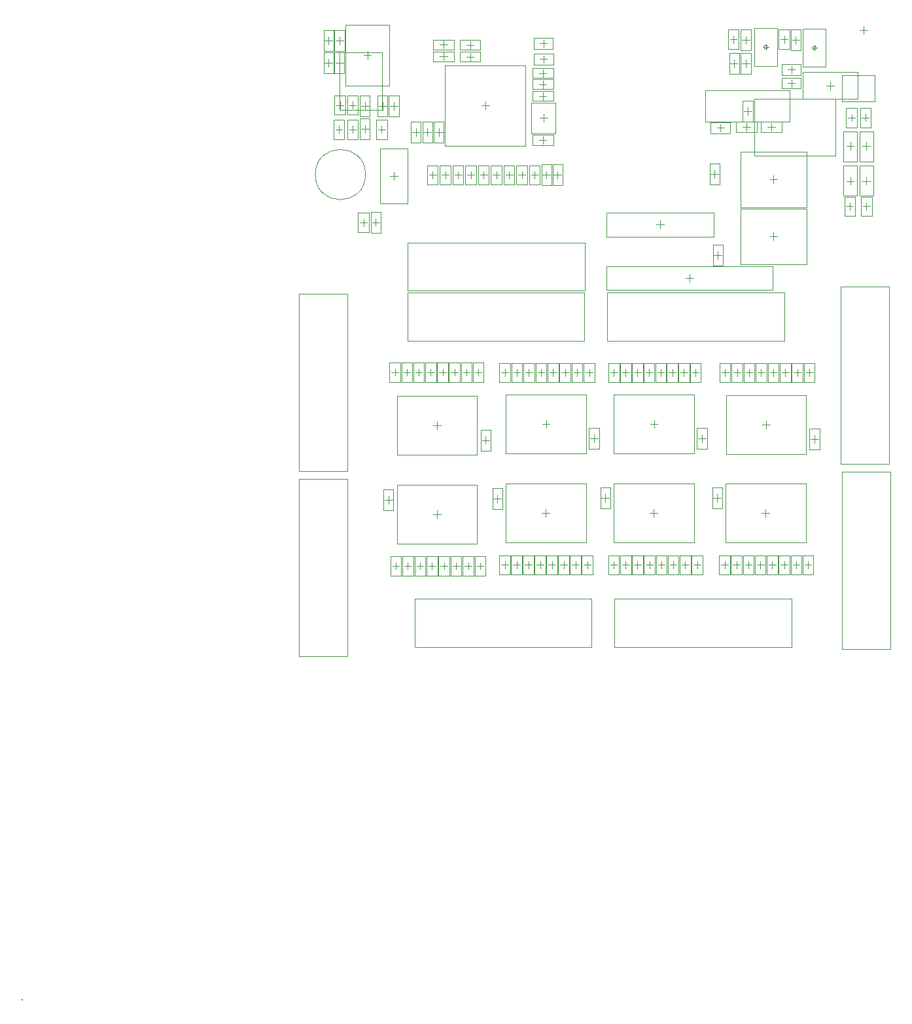
<source format=gbr>
%TF.GenerationSoftware,Altium Limited,Altium Designer,22.10.1 (41)*%
G04 Layer_Color=32768*
%FSLAX25Y25*%
%MOIN*%
%TF.SameCoordinates,BEAA4B2D-68BC-4382-99D5-5DCEA874A810*%
%TF.FilePolarity,Positive*%
%TF.FileFunction,Other,Mechanical_15*%
%TF.Part,Single*%
G01*
G75*
%TA.AperFunction,NonConductor*%
%ADD58C,0.00197*%
%ADD93C,0.00394*%
%ADD117C,0.00000*%
%ADD119C,0.00001*%
%ADD120C,0.00001*%
%TA.AperFunction,SMDPad,CuDef*%
%ADD121C,0.00001*%
%ADD123C,0.00001*%
%TA.AperFunction,NonConductor*%
%ADD125C,0.00001*%
%ADD129C,0.00001*%
%ADD130C,0.00000*%
%TA.AperFunction,SMDPad,CuDef*%
%ADD132C,0.00000*%
%ADD133C,0.00000*%
%ADD134C,0.00000*%
%ADD135C,0.00001*%
%TA.AperFunction,NonConductor*%
%ADD138C,0.00001*%
%ADD139C,0.00001*%
%ADD141C,0.00000*%
%TA.AperFunction,SMDPad,CuDef*%
%ADD142C,0.00001*%
%ADD143C,0.00002*%
%ADD144C,0.00001*%
%ADD145C,0.00024*%
%TA.AperFunction,NonConductor*%
%ADD146C,0.00001*%
%ADD147C,0.00001*%
G36*
X-137317Y-173632D02*
X-137322D01*
Y-173621D01*
X-137317D01*
Y-173632D01*
D02*
G37*
G36*
X-137188Y-173595D02*
X-137189D01*
Y-173594D01*
X-137188D01*
Y-173595D01*
D02*
G37*
G36*
X-137191D02*
X-137192D01*
Y-173593D01*
X-137191D01*
Y-173595D01*
D02*
G37*
G36*
X-137099Y-173503D02*
D01*
Y-173504D01*
Y-173505D01*
X-137100D01*
Y-173505D01*
Y-173504D01*
Y-173503D01*
X-137099D01*
Y-173503D01*
D02*
G37*
G36*
X-137225Y-173562D02*
Y-173561D01*
X-137224D01*
X-137225Y-173562D01*
D02*
G37*
G36*
X-137224Y-173540D02*
Y-173539D01*
X-137223D01*
X-137224Y-173540D01*
D02*
G37*
G36*
Y-173541D02*
X-137225D01*
Y-173540D01*
X-137224D01*
Y-173541D01*
D02*
G37*
G36*
X-137317Y-173598D02*
X-137318D01*
Y-173597D01*
X-137317D01*
Y-173598D01*
D02*
G37*
G36*
X-137223Y-173529D02*
X-137224D01*
Y-173528D01*
X-137223D01*
Y-173529D01*
D02*
G37*
G36*
X-137224Y-173534D02*
Y-173535D01*
X-137225D01*
Y-173534D01*
X-137224Y-173533D01*
X-137223D01*
X-137224Y-173534D01*
D02*
G37*
G36*
X-137226Y-173588D02*
X-137227D01*
Y-173587D01*
X-137226D01*
Y-173588D01*
D02*
G37*
G36*
X-137231D02*
Y-173589D01*
X-137232D01*
Y-173588D01*
X-137233D01*
Y-173587D01*
X-137232D01*
X-137231Y-173588D01*
D02*
G37*
G36*
X-137300Y-173566D02*
Y-173565D01*
X-137299D01*
X-137300Y-173566D01*
D02*
G37*
G36*
X-137297Y-173567D02*
Y-173566D01*
X-137296D01*
X-137297Y-173567D01*
D02*
G37*
G36*
X-137284Y-173566D02*
Y-173565D01*
X-137283D01*
X-137284Y-173566D01*
D02*
G37*
G36*
X-137286D02*
Y-173565D01*
X-137285D01*
X-137286Y-173566D01*
D02*
G37*
G36*
X-137290D02*
Y-173565D01*
X-137289D01*
X-137290Y-173566D01*
D02*
G37*
G36*
X-137293D02*
Y-173565D01*
X-137292D01*
X-137293Y-173566D01*
D02*
G37*
G36*
X-137290Y-173567D02*
X-137291D01*
Y-173566D01*
X-137290D01*
Y-173567D01*
D02*
G37*
G36*
X-137285Y-173524D02*
Y-173523D01*
X-137284D01*
X-137285Y-173524D01*
D02*
G37*
G36*
X-137280Y-173525D02*
X-137282D01*
Y-173524D01*
X-137280D01*
Y-173525D01*
D02*
G37*
G36*
X-137285Y-173509D02*
Y-173508D01*
X-137284D01*
X-137285Y-173509D01*
D02*
G37*
G36*
X-137281Y-173510D02*
X-137283D01*
Y-173509D01*
X-137281D01*
Y-173510D01*
D02*
G37*
G36*
X-137131Y-173503D02*
Y-173502D01*
X-137130D01*
X-137131Y-173503D01*
D02*
G37*
G36*
X-137127Y-173504D02*
X-137128D01*
Y-173503D01*
X-137127D01*
Y-173504D01*
D02*
G37*
G36*
X-137105Y-173503D02*
Y-173502D01*
X-137104D01*
X-137105Y-173503D01*
D02*
G37*
G36*
X-137101Y-173504D02*
X-137102D01*
Y-173503D01*
X-137101D01*
Y-173504D01*
D02*
G37*
G36*
X-137132Y-173531D02*
Y-173530D01*
X-137130D01*
X-137132Y-173531D01*
D02*
G37*
G36*
X-137128D02*
Y-173532D01*
X-137129D01*
Y-173531D01*
X-137128Y-173530D01*
X-137127D01*
X-137128Y-173531D01*
D02*
G37*
G36*
X-137139D02*
Y-173530D01*
X-137138D01*
X-137139Y-173531D01*
D02*
G37*
G36*
X-137135Y-173532D02*
X-137136D01*
Y-173531D01*
X-137135D01*
Y-173532D01*
D02*
G37*
G36*
X-137133Y-173544D02*
Y-173545D01*
X-137134D01*
Y-173544D01*
X-137135D01*
Y-173543D01*
X-137134D01*
X-137133Y-173544D01*
D02*
G37*
G36*
X-137134Y-173547D02*
X-137135D01*
Y-173546D01*
X-137134Y-173547D01*
D02*
G37*
G36*
X-137095Y-173702D02*
X-137096D01*
Y-173701D01*
X-137095Y-173702D01*
D02*
G37*
G36*
X-137096Y-173704D02*
X-137097D01*
Y-173703D01*
X-137096Y-173704D01*
D02*
G37*
G36*
X-137095Y-173705D02*
X-137096D01*
Y-173704D01*
X-137095D01*
Y-173705D01*
D02*
G37*
G36*
X-137153Y-173702D02*
X-137154D01*
Y-173701D01*
X-137153Y-173702D01*
D02*
G37*
G36*
Y-173703D02*
X-137154D01*
Y-173702D01*
X-137153Y-173703D01*
D02*
G37*
G36*
X-137152Y-173704D02*
X-137153D01*
Y-173703D01*
X-137152D01*
Y-173704D01*
D02*
G37*
G36*
X-137208Y-173702D02*
X-137209D01*
Y-173701D01*
X-137208Y-173702D01*
D02*
G37*
G36*
X-137207Y-173703D02*
X-137208D01*
Y-173702D01*
X-137207D01*
Y-173703D01*
D02*
G37*
G36*
X-137208Y-173704D02*
X-137209D01*
Y-173703D01*
X-137208Y-173704D01*
D02*
G37*
G36*
X-137207Y-173705D02*
X-137208D01*
Y-173704D01*
X-137207D01*
Y-173705D01*
D02*
G37*
G36*
X-137262Y-173702D02*
X-137263D01*
Y-173701D01*
X-137262D01*
Y-173702D01*
D02*
G37*
G36*
X-137263Y-173704D02*
X-137264D01*
Y-173703D01*
X-137263Y-173704D01*
D02*
G37*
G36*
X-137262Y-173705D02*
X-137263D01*
Y-173704D01*
X-137262D01*
Y-173705D01*
D02*
G37*
G36*
X-137201Y-173752D02*
X-137202D01*
Y-173750D01*
X-137201D01*
Y-173752D01*
D02*
G37*
G36*
X-137202Y-173753D02*
X-137203D01*
Y-173752D01*
X-137202Y-173753D01*
D02*
G37*
G36*
X-137201Y-173755D02*
X-137202D01*
Y-173753D01*
X-137201D01*
Y-173755D01*
D02*
G37*
G36*
X-137144Y-173752D02*
X-137145D01*
Y-173751D01*
X-137144D01*
Y-173752D01*
D02*
G37*
G36*
X-137145Y-173754D02*
X-137146D01*
Y-173753D01*
X-137145Y-173754D01*
D02*
G37*
G36*
X-137144Y-173755D02*
X-137145D01*
Y-173754D01*
X-137144D01*
Y-173755D01*
D02*
G37*
G36*
X-137256Y-173751D02*
X-137257D01*
Y-173750D01*
X-137256D01*
Y-173751D01*
D02*
G37*
G36*
X-137257Y-173753D02*
X-137258D01*
Y-173752D01*
X-137257Y-173753D01*
D02*
G37*
G36*
X-137256Y-173755D02*
X-137257D01*
Y-173753D01*
X-137256D01*
Y-173755D01*
D02*
G37*
G36*
X-137313Y-173751D02*
X-137312D01*
Y-173752D01*
X-137313D01*
X-137314Y-173751D01*
Y-173750D01*
X-137313Y-173751D01*
D02*
G37*
G36*
Y-173753D02*
X-137314D01*
Y-173752D01*
X-137313Y-173753D01*
D02*
G37*
G36*
X-137312Y-173755D02*
X-137313D01*
Y-173753D01*
X-137312D01*
Y-173755D01*
D02*
G37*
G36*
X-137338Y-173530D02*
Y-173529D01*
X-137337D01*
X-137338Y-173530D01*
D02*
G37*
G36*
X-137335Y-173531D02*
X-137336D01*
Y-173530D01*
X-137335D01*
Y-173531D01*
D02*
G37*
G36*
X-137338D02*
X-137339D01*
Y-173530D01*
X-137338D01*
Y-173531D01*
D02*
G37*
G36*
Y-173504D02*
Y-173503D01*
X-137337D01*
X-137338Y-173504D01*
D02*
G37*
G36*
X-137335D02*
X-137336Y-173505D01*
X-137337D01*
Y-173504D01*
X-137336D01*
Y-173503D01*
X-137335D01*
Y-173504D01*
D02*
G37*
G36*
X-137338Y-173505D02*
X-137339D01*
Y-173504D01*
X-137338D01*
Y-173505D01*
D02*
G37*
G36*
X-137322Y-173538D02*
Y-173537D01*
X-137321D01*
X-137322Y-173538D01*
D02*
G37*
G36*
X-137323D02*
X-137324D01*
Y-173537D01*
X-137323D01*
Y-173538D01*
D02*
G37*
G36*
X-137322Y-173564D02*
Y-173563D01*
X-137321D01*
X-137322Y-173564D01*
D02*
G37*
G36*
Y-173565D02*
X-137323D01*
Y-173564D01*
X-137322D01*
Y-173565D01*
D02*
G37*
G36*
X-137083Y-173560D02*
X-137082D01*
D01*
X-137082D01*
Y-173561D01*
Y-173562D01*
X-137083D01*
D01*
X-137083D01*
Y-173561D01*
Y-173560D01*
X-137084D01*
D01*
X-137084D01*
Y-173559D01*
X-137084Y-173559D01*
Y-173559D01*
X-137083Y-173560D01*
D02*
G37*
G36*
X-137082Y-173564D02*
X-137084D01*
D01*
X-137084D01*
Y-173563D01*
X-137082D01*
D01*
X-137082D01*
Y-173564D01*
D02*
G37*
G36*
Y-173570D02*
X-137083D01*
D01*
X-137083D01*
Y-173569D01*
X-137082D01*
D01*
X-137082D01*
Y-173570D01*
D02*
G37*
G36*
X-137300Y-173573D02*
X-137301D01*
Y-173572D01*
X-137300D01*
Y-173573D01*
D02*
G37*
G36*
X-137297Y-173574D02*
X-137298D01*
Y-173573D01*
X-137297D01*
Y-173574D01*
D02*
G37*
G36*
X-137062Y-173580D02*
X-137063D01*
D01*
X-137063D01*
Y-173579D01*
X-137062D01*
D01*
X-137062D01*
Y-173580D01*
D02*
G37*
G36*
Y-173585D02*
X-137063D01*
D01*
X-137063D01*
Y-173584D01*
X-137062D01*
D01*
X-137062D01*
Y-173585D01*
D02*
G37*
G36*
X-137082Y-173584D02*
X-137083D01*
D01*
X-137083D01*
Y-173583D01*
X-137082D01*
D01*
X-137082D01*
Y-173584D01*
D02*
G37*
G36*
X-137322Y-173502D02*
Y-173501D01*
X-137321D01*
X-137322Y-173502D01*
D02*
G37*
G36*
X-137156Y-173595D02*
X-137157D01*
Y-173594D01*
X-137156D01*
Y-173595D01*
D02*
G37*
G36*
X-137121Y-173622D02*
X-137122D01*
X-137120Y-173621D01*
X-137121Y-173622D01*
D02*
G37*
G36*
X-137157D02*
X-137158D01*
Y-173621D01*
X-137157D01*
Y-173622D01*
D02*
G37*
G36*
X-137337Y-173627D02*
X-137338D01*
X-137340Y-173624D01*
Y-173627D01*
X-137341D01*
Y-173622D01*
X-137340D01*
X-137338Y-173626D01*
Y-173622D01*
X-137337D01*
Y-173627D01*
D02*
G37*
G36*
X-137332D02*
X-137333D01*
Y-173625D01*
Y-173622D01*
X-137332D01*
Y-173627D01*
D02*
G37*
G36*
X-137335Y-173625D02*
Y-173627D01*
X-137336D01*
Y-173622D01*
X-137335D01*
Y-173625D01*
D02*
G37*
G36*
X-137342Y-173627D02*
X-137343D01*
Y-173622D01*
X-137342D01*
Y-173627D01*
D02*
G37*
G36*
X-137346D02*
X-137347D01*
Y-173622D01*
X-137346D01*
Y-173627D01*
D02*
G37*
G36*
X-137201Y-173624D02*
X-137203D01*
Y-173623D01*
X-137201D01*
Y-173624D01*
D02*
G37*
G36*
X-137206D02*
X-137207D01*
Y-173623D01*
X-137206D01*
Y-173624D01*
D02*
G37*
G36*
X-137143Y-173594D02*
X-137144D01*
X-137142Y-173593D01*
X-137143Y-173594D01*
D02*
G37*
G36*
X-137357Y-173618D02*
X-137355Y-173620D01*
X-137356D01*
X-137357Y-173618D01*
X-137358Y-173619D01*
Y-173620D01*
X-137359D01*
Y-173616D01*
X-137358D01*
Y-173618D01*
X-137356Y-173616D01*
X-137355D01*
X-137357Y-173618D01*
D02*
G37*
G36*
X-137340Y-173620D02*
X-137341D01*
X-137343Y-173617D01*
Y-173620D01*
X-137344D01*
Y-173616D01*
X-137343D01*
X-137341Y-173619D01*
Y-173616D01*
X-137340D01*
Y-173620D01*
D02*
G37*
G36*
X-137335D02*
X-137336D01*
Y-173618D01*
Y-173616D01*
X-137335D01*
Y-173620D01*
D02*
G37*
G36*
X-137338Y-173618D02*
Y-173620D01*
X-137339D01*
Y-173616D01*
X-137338D01*
Y-173618D01*
D02*
G37*
G36*
X-137345Y-173620D02*
X-137346D01*
Y-173619D01*
X-137348D01*
X-137349Y-173620D01*
X-137348Y-173616D01*
X-137347D01*
X-137345Y-173620D01*
D02*
G37*
G36*
X-137350D02*
X-137351D01*
Y-173618D01*
Y-173616D01*
X-137350D01*
Y-173620D01*
D02*
G37*
G36*
X-137353Y-173618D02*
Y-173620D01*
X-137354D01*
Y-173616D01*
X-137353D01*
Y-173618D01*
D02*
G37*
G36*
X-137107Y-173624D02*
X-137108D01*
Y-173623D01*
X-137107D01*
Y-173624D01*
D02*
G37*
G36*
X-137111D02*
X-137112D01*
Y-173623D01*
X-137111D01*
Y-173624D01*
D02*
G37*
G36*
X-137308Y-173526D02*
X-137309D01*
Y-173524D01*
X-137308D01*
Y-173526D01*
D02*
G37*
G36*
Y-173530D02*
X-137309D01*
Y-173530D01*
X-137308D01*
Y-173530D01*
D02*
G37*
G36*
X-137201Y-173595D02*
X-137202D01*
Y-173594D01*
X-137201D01*
Y-173595D01*
D02*
G37*
G36*
X-137293Y-173517D02*
Y-173516D01*
X-137292D01*
X-137293Y-173517D01*
D02*
G37*
G36*
X-137309Y-173508D02*
Y-173509D01*
X-137310Y-173507D01*
X-137309Y-173508D01*
D02*
G37*
G36*
X-137128Y-173536D02*
X-137129D01*
Y-173535D01*
X-137128Y-173536D01*
D02*
G37*
G36*
X-137087Y-173539D02*
X-137088D01*
Y-173538D01*
X-137087D01*
Y-173539D01*
D02*
G37*
G36*
X-137086Y-173540D02*
X-137087Y-173539D01*
X-137086D01*
Y-173540D01*
D02*
G37*
G36*
X-137251Y-173589D02*
X-137252D01*
Y-173588D01*
X-137251Y-173589D01*
D02*
G37*
G36*
X-137250Y-173591D02*
X-137251D01*
Y-173590D01*
X-137250D01*
Y-173591D01*
D02*
G37*
G36*
X-137324Y-173597D02*
Y-173596D01*
X-137323D01*
X-137324Y-173597D01*
D02*
G37*
G36*
Y-173598D02*
X-137325D01*
Y-173597D01*
X-137324D01*
Y-173598D01*
D02*
G37*
G36*
X-137326D02*
X-137327D01*
Y-173597D01*
X-137326D01*
Y-173598D01*
D02*
G37*
G36*
X-137081Y-173548D02*
X-137082D01*
Y-173547D01*
X-137081D01*
Y-173548D01*
D02*
G37*
G36*
Y-173551D02*
X-137082D01*
Y-173550D01*
X-137081D01*
Y-173551D01*
D02*
G37*
G36*
X-137064Y-173549D02*
X-137065D01*
Y-173547D01*
X-137064D01*
Y-173549D01*
D02*
G37*
G36*
Y-173551D02*
X-137065D01*
Y-173550D01*
X-137064D01*
Y-173551D01*
D02*
G37*
G36*
X-137223Y-173514D02*
X-137224D01*
Y-173513D01*
X-137223D01*
Y-173514D01*
D02*
G37*
G36*
X-137226D02*
X-137227D01*
Y-173513D01*
X-137226D01*
Y-173514D01*
D02*
G37*
G36*
X-137223Y-173522D02*
X-137224D01*
Y-173521D01*
X-137223D01*
Y-173522D01*
D02*
G37*
G36*
X-137226D02*
X-137227D01*
Y-173521D01*
X-137226D01*
Y-173522D01*
D02*
G37*
G36*
X-137135Y-173503D02*
Y-173504D01*
X-137136D01*
Y-173503D01*
X-137135Y-173502D01*
X-137134D01*
X-137135Y-173503D01*
D02*
G37*
G36*
X-137137Y-173504D02*
X-137138D01*
Y-173503D01*
X-137137D01*
Y-173504D01*
D02*
G37*
G36*
X-137109Y-173504D02*
X-137109D01*
Y-173503D01*
X-137109D01*
Y-173504D01*
D02*
G37*
G36*
X-137111D02*
X-137112D01*
Y-173503D01*
X-137111D01*
Y-173504D01*
D02*
G37*
G36*
X-137105Y-173538D02*
X-137106Y-173539D01*
X-137107D01*
Y-173538D01*
X-137106D01*
Y-173537D01*
X-137105D01*
Y-173538D01*
D02*
G37*
G36*
X-137108Y-173539D02*
X-137109D01*
Y-173538D01*
X-137108D01*
Y-173539D01*
D02*
G37*
G36*
X-137108Y-173521D02*
Y-173520D01*
X-137107D01*
X-137108Y-173521D01*
D02*
G37*
G36*
X-137105Y-173522D02*
Y-173521D01*
X-137104D01*
X-137105Y-173522D01*
D02*
G37*
G36*
X-137109D02*
X-137110D01*
Y-173521D01*
X-137109D01*
Y-173522D01*
D02*
G37*
G36*
X-137290Y-173586D02*
X-137291D01*
Y-173585D01*
X-137290Y-173586D01*
D02*
G37*
G36*
Y-173589D02*
X-137291D01*
Y-173588D01*
X-137290Y-173589D01*
D02*
G37*
G36*
X-137289Y-173591D02*
X-137290D01*
Y-173590D01*
X-137289D01*
Y-173591D01*
D02*
G37*
G36*
X-137141Y-173784D02*
X-137142D01*
Y-173784D01*
X-137141Y-173784D01*
D02*
G37*
G36*
X-137140Y-173785D02*
X-137141D01*
Y-173784D01*
X-137140D01*
Y-173785D01*
D02*
G37*
G36*
X-137141Y-173787D02*
X-137142D01*
Y-173786D01*
X-137141Y-173787D01*
D02*
G37*
G36*
X-137140Y-173790D02*
X-137141D01*
Y-173788D01*
X-137140D01*
Y-173790D01*
D02*
G37*
G36*
X-137097Y-173669D02*
X-137098D01*
Y-173668D01*
X-137097D01*
Y-173669D01*
D02*
G37*
G36*
X-137098Y-173671D02*
X-137099D01*
Y-173670D01*
X-137098Y-173671D01*
D02*
G37*
G36*
X-137097Y-173673D02*
X-137098D01*
Y-173672D01*
X-137097D01*
Y-173673D01*
D02*
G37*
G36*
X-137134Y-173785D02*
X-137135D01*
Y-173784D01*
X-137134D01*
Y-173785D01*
D02*
G37*
G36*
X-137135Y-173787D02*
X-137136D01*
Y-173786D01*
X-137135Y-173787D01*
D02*
G37*
G36*
X-137134Y-173790D02*
X-137135D01*
Y-173788D01*
X-137134D01*
Y-173790D01*
D02*
G37*
G36*
X-137103Y-173669D02*
X-137104D01*
Y-173668D01*
X-137103D01*
Y-173669D01*
D02*
G37*
G36*
X-137104Y-173671D02*
X-137105D01*
Y-173670D01*
X-137104Y-173671D01*
D02*
G37*
G36*
X-137103Y-173673D02*
X-137104D01*
Y-173672D01*
X-137103D01*
Y-173673D01*
D02*
G37*
G36*
X-137128Y-173784D02*
X-137129D01*
Y-173784D01*
X-137128D01*
Y-173784D01*
D02*
G37*
G36*
X-137129Y-173787D02*
X-137130D01*
Y-173786D01*
X-137129Y-173787D01*
D02*
G37*
G36*
X-137128Y-173790D02*
X-137129D01*
Y-173788D01*
X-137128D01*
Y-173790D01*
D02*
G37*
G36*
X-137111Y-173669D02*
X-137110D01*
Y-173670D01*
X-137111D01*
X-137112Y-173669D01*
Y-173668D01*
X-137111Y-173669D01*
D02*
G37*
G36*
Y-173671D02*
X-137112D01*
Y-173670D01*
X-137111Y-173671D01*
D02*
G37*
G36*
X-137110Y-173673D02*
X-137111D01*
Y-173672D01*
X-137110D01*
Y-173673D01*
D02*
G37*
G36*
X-137122Y-173784D02*
X-137123D01*
Y-173784D01*
X-137122D01*
Y-173784D01*
D02*
G37*
G36*
X-137123Y-173787D02*
X-137124D01*
Y-173786D01*
X-137123Y-173787D01*
D02*
G37*
G36*
X-137122Y-173790D02*
X-137123D01*
Y-173788D01*
X-137122D01*
Y-173790D01*
D02*
G37*
G36*
X-137116Y-173669D02*
Y-173670D01*
X-137117D01*
Y-173669D01*
X-137118D01*
Y-173668D01*
X-137117D01*
X-137116Y-173669D01*
D02*
G37*
G36*
X-137117Y-173671D02*
X-137118D01*
Y-173670D01*
X-137117Y-173671D01*
D02*
G37*
G36*
X-137116Y-173673D02*
X-137117D01*
Y-173672D01*
X-137116D01*
Y-173673D01*
D02*
G37*
G36*
X-137116Y-173784D02*
X-137117D01*
Y-173784D01*
X-137116Y-173784D01*
D02*
G37*
G36*
X-137117Y-173786D02*
X-137118D01*
Y-173785D01*
X-137117Y-173786D01*
D02*
G37*
G36*
X-137116Y-173787D02*
X-137117D01*
Y-173786D01*
X-137116D01*
Y-173787D01*
D02*
G37*
G36*
Y-173790D02*
X-137117D01*
Y-173788D01*
X-137116D01*
Y-173790D01*
D02*
G37*
G36*
X-137123Y-173669D02*
X-137124D01*
X-137123Y-173670D01*
X-137124D01*
Y-173669D01*
Y-173668D01*
X-137123Y-173669D01*
D02*
G37*
G36*
X-137122Y-173671D02*
X-137123D01*
Y-173670D01*
X-137122D01*
Y-173671D01*
D02*
G37*
G36*
Y-173673D02*
X-137123D01*
Y-173672D01*
X-137122D01*
Y-173673D01*
D02*
G37*
G36*
X-137111Y-173784D02*
X-137112D01*
Y-173784D01*
X-137111Y-173784D01*
D02*
G37*
G36*
X-137110Y-173785D02*
X-137111D01*
Y-173784D01*
X-137110D01*
Y-173785D01*
D02*
G37*
G36*
X-137111Y-173786D02*
X-137112D01*
Y-173785D01*
X-137111Y-173786D01*
D02*
G37*
G36*
X-137110Y-173787D02*
X-137111D01*
Y-173786D01*
X-137110D01*
Y-173787D01*
D02*
G37*
G36*
Y-173790D02*
X-137111D01*
Y-173788D01*
X-137110D01*
Y-173790D01*
D02*
G37*
G36*
X-137128Y-173669D02*
X-137129D01*
Y-173668D01*
X-137128D01*
Y-173669D01*
D02*
G37*
G36*
X-137129Y-173670D02*
X-137130D01*
Y-173670D01*
X-137129Y-173670D01*
D02*
G37*
G36*
X-137128Y-173671D02*
X-137129D01*
Y-173670D01*
X-137128D01*
Y-173671D01*
D02*
G37*
G36*
Y-173673D02*
X-137129D01*
Y-173672D01*
X-137128D01*
Y-173673D01*
D02*
G37*
G36*
X-137104Y-173785D02*
X-137105D01*
Y-173784D01*
X-137104D01*
Y-173785D01*
D02*
G37*
G36*
X-137105Y-173786D02*
X-137106D01*
Y-173785D01*
X-137105Y-173786D01*
D02*
G37*
G36*
X-137104Y-173787D02*
X-137105D01*
Y-173786D01*
X-137104D01*
Y-173787D01*
D02*
G37*
G36*
Y-173790D02*
X-137105D01*
Y-173788D01*
X-137104D01*
Y-173790D01*
D02*
G37*
G36*
X-137134Y-173669D02*
X-137135D01*
Y-173668D01*
X-137134D01*
Y-173669D01*
D02*
G37*
G36*
X-137135Y-173670D02*
X-137136D01*
Y-173670D01*
X-137135Y-173670D01*
D02*
G37*
G36*
X-137134Y-173671D02*
X-137135D01*
Y-173670D01*
X-137134D01*
Y-173671D01*
D02*
G37*
G36*
Y-173673D02*
X-137135D01*
Y-173672D01*
X-137134D01*
Y-173673D01*
D02*
G37*
G36*
X-137098Y-173784D02*
X-137099D01*
Y-173784D01*
X-137098D01*
Y-173784D01*
D02*
G37*
G36*
X-137099Y-173786D02*
X-137100D01*
Y-173785D01*
X-137099Y-173786D01*
D02*
G37*
G36*
X-137098Y-173787D02*
X-137099D01*
Y-173786D01*
X-137098D01*
Y-173787D01*
D02*
G37*
G36*
Y-173790D02*
X-137099D01*
Y-173788D01*
X-137098D01*
Y-173790D01*
D02*
G37*
G36*
X-137141Y-173669D02*
X-137140D01*
Y-173670D01*
X-137141D01*
X-137142Y-173669D01*
Y-173668D01*
X-137141Y-173669D01*
D02*
G37*
G36*
Y-173670D02*
X-137142D01*
Y-173670D01*
X-137141Y-173670D01*
D02*
G37*
G36*
X-137140Y-173671D02*
X-137141D01*
Y-173670D01*
X-137140D01*
Y-173671D01*
D02*
G37*
G36*
Y-173673D02*
X-137141D01*
Y-173672D01*
X-137140D01*
Y-173673D01*
D02*
G37*
G36*
X-137283Y-173585D02*
X-137284D01*
Y-173584D01*
X-137283D01*
Y-173585D01*
D02*
G37*
G36*
X-137284Y-173588D02*
X-137285D01*
Y-173586D01*
X-137284Y-173588D01*
D02*
G37*
G36*
X-137283Y-173589D02*
X-137284D01*
Y-173588D01*
X-137283D01*
Y-173589D01*
D02*
G37*
G36*
Y-173591D02*
X-137284D01*
Y-173590D01*
X-137283D01*
Y-173591D01*
D02*
G37*
G36*
X-137197Y-173784D02*
Y-173785D01*
X-137198D01*
Y-173784D01*
X-137199D01*
Y-173784D01*
X-137198D01*
X-137197Y-173784D01*
D02*
G37*
G36*
X-137198Y-173786D02*
X-137199D01*
Y-173785D01*
X-137198Y-173786D01*
D02*
G37*
G36*
X-137197Y-173787D02*
X-137198D01*
Y-173786D01*
X-137197D01*
Y-173787D01*
D02*
G37*
G36*
Y-173790D02*
X-137198D01*
Y-173788D01*
X-137197D01*
Y-173790D01*
D02*
G37*
G36*
X-137155Y-173669D02*
X-137156D01*
Y-173668D01*
X-137155Y-173669D01*
D02*
G37*
G36*
Y-173670D02*
X-137156D01*
Y-173670D01*
X-137155D01*
Y-173670D01*
D02*
G37*
G36*
Y-173673D02*
X-137156D01*
Y-173672D01*
X-137155D01*
Y-173673D01*
D02*
G37*
G36*
X-137277Y-173586D02*
X-137276D01*
Y-173587D01*
X-137277D01*
Y-173586D01*
X-137278D01*
Y-173585D01*
X-137277Y-173586D01*
D02*
G37*
G36*
X-137276Y-173590D02*
X-137277D01*
Y-173589D01*
X-137276D01*
Y-173590D01*
D02*
G37*
G36*
X-137192Y-173784D02*
X-137193D01*
Y-173784D01*
X-137192Y-173784D01*
D02*
G37*
G36*
X-137191Y-173785D02*
Y-173786D01*
X-137192D01*
Y-173785D01*
Y-173784D01*
X-137191D01*
Y-173785D01*
D02*
G37*
G36*
Y-173790D02*
X-137192D01*
Y-173788D01*
X-137191D01*
Y-173790D01*
D02*
G37*
G36*
X-137161Y-173669D02*
X-137162D01*
Y-173668D01*
X-137161D01*
Y-173669D01*
D02*
G37*
G36*
Y-173670D02*
X-137162D01*
Y-173670D01*
X-137161D01*
Y-173670D01*
D02*
G37*
G36*
Y-173673D02*
X-137162D01*
Y-173672D01*
X-137161D01*
Y-173673D01*
D02*
G37*
G36*
X-137185Y-173785D02*
Y-173786D01*
X-137186D01*
Y-173785D01*
Y-173784D01*
X-137185D01*
Y-173785D01*
D02*
G37*
G36*
Y-173790D02*
X-137186D01*
Y-173788D01*
X-137185D01*
Y-173790D01*
D02*
G37*
G36*
X-137167Y-173669D02*
X-137168D01*
Y-173668D01*
X-137167D01*
Y-173669D01*
D02*
G37*
G36*
Y-173670D02*
X-137168D01*
Y-173670D01*
X-137167D01*
Y-173670D01*
D02*
G37*
G36*
Y-173673D02*
X-137168D01*
Y-173672D01*
X-137167D01*
Y-173673D01*
D02*
G37*
G36*
X-137179Y-173784D02*
X-137180D01*
Y-173784D01*
X-137179D01*
Y-173784D01*
D02*
G37*
G36*
Y-173786D02*
X-137180D01*
Y-173785D01*
X-137179D01*
Y-173786D01*
D02*
G37*
G36*
Y-173790D02*
X-137180D01*
Y-173788D01*
X-137179D01*
Y-173790D01*
D02*
G37*
G36*
X-137174Y-173669D02*
X-137173D01*
Y-173670D01*
Y-173670D01*
X-137174D01*
Y-173670D01*
X-137175Y-173669D01*
Y-173668D01*
X-137174Y-173669D01*
D02*
G37*
G36*
X-137173Y-173673D02*
X-137174D01*
Y-173672D01*
X-137173D01*
Y-173673D01*
D02*
G37*
G36*
X-137173Y-173784D02*
X-137174D01*
Y-173784D01*
X-137173D01*
Y-173784D01*
D02*
G37*
G36*
Y-173786D02*
X-137174D01*
Y-173785D01*
X-137173D01*
Y-173786D01*
D02*
G37*
G36*
Y-173790D02*
X-137174D01*
Y-173788D01*
X-137173D01*
Y-173790D01*
D02*
G37*
G36*
X-137179Y-173669D02*
Y-173670D01*
Y-173670D01*
X-137180D01*
Y-173670D01*
Y-173669D01*
X-137181D01*
Y-173668D01*
X-137180D01*
X-137179Y-173669D01*
D02*
G37*
G36*
Y-173673D02*
X-137180D01*
Y-173672D01*
X-137179D01*
Y-173673D01*
D02*
G37*
G36*
X-137167Y-173784D02*
X-137168D01*
Y-173784D01*
X-137167Y-173784D01*
D02*
G37*
G36*
Y-173787D02*
X-137168D01*
Y-173785D01*
X-137167D01*
Y-173787D01*
D02*
G37*
G36*
Y-173790D02*
X-137168D01*
Y-173788D01*
X-137167D01*
Y-173790D01*
D02*
G37*
G36*
X-137186Y-173670D02*
X-137187D01*
Y-173669D01*
X-137186Y-173670D01*
D02*
G37*
G36*
X-137185Y-173671D02*
X-137186D01*
Y-173670D01*
X-137185D01*
Y-173671D01*
D02*
G37*
G36*
Y-173673D02*
X-137186D01*
Y-173672D01*
X-137185D01*
Y-173673D01*
D02*
G37*
G36*
X-137162Y-173784D02*
X-137163D01*
Y-173784D01*
X-137162Y-173784D01*
D02*
G37*
G36*
X-137161Y-173785D02*
X-137162D01*
Y-173784D01*
X-137161D01*
Y-173785D01*
D02*
G37*
G36*
Y-173787D02*
X-137162D01*
Y-173785D01*
X-137161D01*
Y-173787D01*
D02*
G37*
G36*
Y-173790D02*
X-137162D01*
Y-173788D01*
X-137161D01*
Y-173790D01*
D02*
G37*
G36*
X-137191Y-173669D02*
X-137192D01*
Y-173668D01*
X-137191D01*
Y-173669D01*
D02*
G37*
G36*
Y-173671D02*
X-137192D01*
Y-173670D01*
X-137191D01*
Y-173671D01*
D02*
G37*
G36*
Y-173673D02*
X-137192D01*
Y-173672D01*
X-137191D01*
Y-173673D01*
D02*
G37*
G36*
X-137155Y-173785D02*
X-137156D01*
Y-173784D01*
X-137155D01*
Y-173785D01*
D02*
G37*
G36*
Y-173787D02*
X-137156D01*
Y-173785D01*
X-137155D01*
Y-173787D01*
D02*
G37*
G36*
Y-173790D02*
X-137156D01*
Y-173788D01*
X-137155D01*
Y-173790D01*
D02*
G37*
G36*
X-137197Y-173669D02*
X-137198D01*
Y-173668D01*
X-137197D01*
Y-173669D01*
D02*
G37*
G36*
Y-173671D02*
X-137198D01*
Y-173670D01*
X-137197D01*
Y-173671D01*
D02*
G37*
G36*
Y-173673D02*
X-137198D01*
Y-173672D01*
X-137197D01*
Y-173673D01*
D02*
G37*
G36*
X-137270Y-173585D02*
X-137271D01*
Y-173584D01*
X-137270D01*
Y-173585D01*
D02*
G37*
G36*
Y-173589D02*
X-137271D01*
Y-173586D01*
X-137270D01*
Y-173589D01*
D02*
G37*
G36*
Y-173591D02*
X-137271D01*
Y-173590D01*
X-137270D01*
Y-173591D01*
D02*
G37*
G36*
X-137254Y-173784D02*
X-137253D01*
Y-173785D01*
Y-173787D01*
X-137254D01*
Y-173785D01*
X-137255Y-173784D01*
Y-173784D01*
X-137254Y-173784D01*
D02*
G37*
G36*
X-137253Y-173790D02*
X-137254D01*
Y-173788D01*
X-137253D01*
Y-173790D01*
D02*
G37*
G36*
X-137209Y-173669D02*
X-137210D01*
Y-173668D01*
X-137209D01*
Y-173669D01*
D02*
G37*
G36*
Y-173671D02*
X-137210D01*
Y-173670D01*
X-137209D01*
Y-173671D01*
D02*
G37*
G36*
Y-173673D02*
X-137210D01*
Y-173672D01*
X-137209D01*
Y-173673D01*
D02*
G37*
G36*
X-137247Y-173784D02*
Y-173785D01*
Y-173787D01*
X-137248D01*
Y-173785D01*
Y-173784D01*
X-137249D01*
Y-173784D01*
X-137248D01*
X-137247Y-173784D01*
D02*
G37*
G36*
Y-173790D02*
X-137248D01*
Y-173788D01*
X-137247D01*
Y-173790D01*
D02*
G37*
G36*
X-137216Y-173669D02*
X-137217D01*
Y-173668D01*
X-137216Y-173669D01*
D02*
G37*
G36*
Y-173670D02*
X-137217D01*
Y-173670D01*
X-137216D01*
Y-173670D01*
D02*
G37*
G36*
Y-173673D02*
X-137217D01*
Y-173672D01*
X-137216D01*
Y-173673D01*
D02*
G37*
G36*
X-137264Y-173586D02*
X-137265D01*
Y-173585D01*
X-137264Y-173586D01*
D02*
G37*
G36*
X-137263Y-173588D02*
X-137264D01*
Y-173586D01*
X-137263D01*
Y-173588D01*
D02*
G37*
G36*
Y-173591D02*
X-137264D01*
Y-173590D01*
X-137263D01*
Y-173591D01*
D02*
G37*
G36*
X-137242Y-173784D02*
X-137243D01*
Y-173784D01*
X-137242Y-173784D01*
D02*
G37*
G36*
X-137241Y-173785D02*
Y-173786D01*
X-137242D01*
Y-173785D01*
Y-173784D01*
X-137241D01*
Y-173785D01*
D02*
G37*
G36*
Y-173790D02*
X-137242D01*
Y-173788D01*
X-137241D01*
Y-173790D01*
D02*
G37*
G36*
X-137222Y-173669D02*
X-137223D01*
Y-173668D01*
X-137222D01*
Y-173669D01*
D02*
G37*
G36*
Y-173670D02*
X-137223D01*
Y-173670D01*
X-137222D01*
Y-173670D01*
D02*
G37*
G36*
Y-173673D02*
X-137223D01*
Y-173672D01*
X-137222D01*
Y-173673D01*
D02*
G37*
G36*
X-137235Y-173785D02*
Y-173786D01*
X-137236D01*
Y-173785D01*
Y-173784D01*
X-137235D01*
Y-173785D01*
D02*
G37*
G36*
Y-173790D02*
X-137236D01*
Y-173788D01*
X-137235D01*
Y-173790D01*
D02*
G37*
G36*
X-137228Y-173669D02*
X-137229D01*
Y-173668D01*
X-137228D01*
Y-173669D01*
D02*
G37*
G36*
Y-173670D02*
X-137229D01*
Y-173670D01*
X-137228D01*
Y-173670D01*
D02*
G37*
G36*
Y-173673D02*
X-137229D01*
Y-173672D01*
X-137228D01*
Y-173673D01*
D02*
G37*
G36*
X-137229Y-173784D02*
X-137230D01*
Y-173784D01*
X-137229D01*
Y-173784D01*
D02*
G37*
G36*
Y-173786D02*
X-137230D01*
Y-173785D01*
X-137229D01*
Y-173786D01*
D02*
G37*
G36*
Y-173790D02*
X-137230D01*
Y-173788D01*
X-137229D01*
Y-173790D01*
D02*
G37*
G36*
X-137235Y-173669D02*
X-137234D01*
Y-173670D01*
Y-173670D01*
X-137235D01*
Y-173670D01*
X-137236Y-173669D01*
Y-173668D01*
X-137235Y-173669D01*
D02*
G37*
G36*
X-137234Y-173673D02*
X-137235D01*
Y-173672D01*
X-137234D01*
Y-173673D01*
D02*
G37*
G36*
X-137223Y-173784D02*
X-137224D01*
Y-173784D01*
X-137223D01*
Y-173784D01*
D02*
G37*
G36*
Y-173786D02*
X-137224D01*
Y-173785D01*
X-137223D01*
Y-173786D01*
D02*
G37*
G36*
Y-173790D02*
X-137224D01*
Y-173788D01*
X-137223D01*
Y-173790D01*
D02*
G37*
G36*
X-137240Y-173669D02*
Y-173670D01*
Y-173670D01*
X-137241D01*
Y-173670D01*
Y-173669D01*
X-137242D01*
Y-173668D01*
X-137241D01*
X-137240Y-173669D01*
D02*
G37*
G36*
Y-173673D02*
X-137241D01*
Y-173672D01*
X-137240D01*
Y-173673D01*
D02*
G37*
G36*
X-137217Y-173784D02*
X-137218D01*
Y-173784D01*
X-137217Y-173784D01*
D02*
G37*
G36*
Y-173786D02*
X-137218D01*
Y-173785D01*
X-137217D01*
Y-173786D01*
D02*
G37*
G36*
Y-173790D02*
X-137218D01*
Y-173788D01*
X-137217D01*
Y-173790D01*
D02*
G37*
G36*
X-137247Y-173669D02*
X-137248D01*
Y-173668D01*
X-137247Y-173669D01*
D02*
G37*
G36*
X-137246Y-173670D02*
X-137247D01*
Y-173669D01*
X-137246D01*
Y-173670D01*
D02*
G37*
G36*
Y-173673D02*
X-137247D01*
Y-173672D01*
X-137246D01*
Y-173673D01*
D02*
G37*
G36*
X-137212Y-173784D02*
X-137213D01*
Y-173784D01*
X-137212Y-173784D01*
D02*
G37*
G36*
X-137211Y-173785D02*
Y-173786D01*
X-137212D01*
Y-173785D01*
Y-173784D01*
X-137211D01*
Y-173785D01*
D02*
G37*
G36*
Y-173790D02*
X-137212D01*
Y-173788D01*
X-137211D01*
Y-173790D01*
D02*
G37*
G36*
X-137253Y-173669D02*
X-137254D01*
Y-173668D01*
X-137253D01*
Y-173669D01*
D02*
G37*
G36*
Y-173670D02*
X-137254D01*
Y-173670D01*
X-137253D01*
Y-173670D01*
D02*
G37*
G36*
Y-173673D02*
X-137254D01*
Y-173672D01*
X-137253D01*
Y-173673D01*
D02*
G37*
G36*
X-137257Y-173586D02*
X-137258D01*
Y-173584D01*
X-137257D01*
Y-173586D01*
D02*
G37*
G36*
Y-173588D02*
X-137258D01*
Y-173586D01*
X-137257D01*
Y-173588D01*
D02*
G37*
G36*
Y-173591D02*
X-137258D01*
Y-173590D01*
X-137257D01*
Y-173591D01*
D02*
G37*
G36*
X-137308Y-173784D02*
X-137309D01*
Y-173784D01*
X-137308D01*
Y-173784D01*
D02*
G37*
G36*
Y-173786D02*
X-137309D01*
Y-173785D01*
X-137308D01*
Y-173786D01*
D02*
G37*
G36*
Y-173790D02*
X-137309D01*
Y-173788D01*
X-137308D01*
Y-173790D01*
D02*
G37*
G36*
X-137266Y-173669D02*
X-137267D01*
Y-173668D01*
X-137266D01*
Y-173669D01*
D02*
G37*
G36*
Y-173670D02*
X-137267D01*
Y-173670D01*
X-137266D01*
Y-173670D01*
D02*
G37*
G36*
Y-173673D02*
X-137267D01*
Y-173672D01*
X-137266D01*
Y-173673D01*
D02*
G37*
G36*
X-137303Y-173784D02*
X-137302D01*
Y-173785D01*
Y-173786D01*
X-137303D01*
Y-173785D01*
X-137304Y-173784D01*
Y-173784D01*
X-137303Y-173784D01*
D02*
G37*
G36*
X-137302Y-173790D02*
X-137303D01*
Y-173788D01*
X-137302D01*
Y-173790D01*
D02*
G37*
G36*
X-137272Y-173669D02*
X-137273D01*
Y-173668D01*
X-137272D01*
Y-173669D01*
D02*
G37*
G36*
Y-173670D02*
X-137273D01*
Y-173670D01*
X-137272D01*
Y-173670D01*
D02*
G37*
G36*
Y-173673D02*
X-137273D01*
Y-173672D01*
X-137272D01*
Y-173673D01*
D02*
G37*
G36*
X-137296Y-173784D02*
Y-173785D01*
Y-173786D01*
X-137297D01*
Y-173785D01*
Y-173784D01*
X-137298D01*
Y-173784D01*
X-137297D01*
X-137296Y-173784D01*
D02*
G37*
G36*
Y-173790D02*
X-137297D01*
Y-173788D01*
X-137296D01*
Y-173790D01*
D02*
G37*
G36*
X-137278Y-173669D02*
X-137279D01*
Y-173668D01*
X-137278Y-173669D01*
D02*
G37*
G36*
X-137279Y-173670D02*
X-137278D01*
Y-173671D01*
X-137279D01*
X-137280Y-173670D01*
Y-173670D01*
X-137279Y-173670D01*
D02*
G37*
G36*
X-137278Y-173673D02*
X-137279D01*
Y-173672D01*
X-137278D01*
Y-173673D01*
D02*
G37*
G36*
X-137244Y-173586D02*
X-137245D01*
Y-173585D01*
X-137244Y-173586D01*
D02*
G37*
G36*
Y-173588D02*
X-137243D01*
Y-173589D01*
X-137244D01*
X-137245Y-173588D01*
Y-173586D01*
X-137244Y-173588D01*
D02*
G37*
G36*
X-137243Y-173591D02*
X-137244D01*
Y-173590D01*
X-137243D01*
Y-173591D01*
D02*
G37*
G36*
X-137291Y-173784D02*
X-137292D01*
Y-173784D01*
X-137291Y-173784D01*
D02*
G37*
G36*
X-137290Y-173785D02*
X-137291D01*
Y-173784D01*
X-137290D01*
Y-173785D01*
D02*
G37*
G36*
X-137291Y-173786D02*
X-137290D01*
Y-173787D01*
X-137291D01*
X-137292Y-173786D01*
Y-173785D01*
X-137291Y-173786D01*
D02*
G37*
G36*
X-137290Y-173790D02*
X-137291D01*
Y-173788D01*
X-137290D01*
Y-173790D01*
D02*
G37*
G36*
X-137284Y-173669D02*
X-137285D01*
Y-173668D01*
X-137284D01*
Y-173669D01*
D02*
G37*
G36*
X-137285Y-173670D02*
X-137284D01*
Y-173671D01*
X-137285D01*
X-137286Y-173670D01*
Y-173670D01*
X-137285Y-173670D01*
D02*
G37*
G36*
X-137284Y-173673D02*
X-137285D01*
Y-173672D01*
X-137284D01*
Y-173673D01*
D02*
G37*
G36*
X-137284Y-173785D02*
X-137285D01*
Y-173784D01*
X-137284D01*
Y-173785D01*
D02*
G37*
G36*
X-137285Y-173786D02*
X-137284D01*
Y-173787D01*
X-137285D01*
X-137286Y-173786D01*
Y-173785D01*
X-137285Y-173786D01*
D02*
G37*
G36*
X-137284Y-173790D02*
X-137285D01*
Y-173788D01*
X-137284D01*
Y-173790D01*
D02*
G37*
G36*
X-137290Y-173669D02*
X-137291D01*
Y-173668D01*
X-137290D01*
Y-173669D01*
D02*
G37*
G36*
X-137291Y-173670D02*
X-137290D01*
Y-173671D01*
X-137291D01*
X-137292Y-173670D01*
Y-173670D01*
X-137291Y-173670D01*
D02*
G37*
G36*
X-137290Y-173673D02*
X-137291D01*
Y-173672D01*
X-137290D01*
Y-173673D01*
D02*
G37*
G36*
X-137277Y-173784D02*
X-137278D01*
Y-173784D01*
X-137277D01*
Y-173784D01*
D02*
G37*
G36*
X-137278Y-173786D02*
X-137277D01*
Y-173787D01*
X-137278D01*
X-137279Y-173786D01*
Y-173785D01*
X-137278Y-173786D01*
D02*
G37*
G36*
X-137277Y-173790D02*
X-137278D01*
Y-173788D01*
X-137277D01*
Y-173790D01*
D02*
G37*
G36*
X-137297Y-173669D02*
X-137296D01*
Y-173670D01*
X-137297D01*
X-137298Y-173669D01*
Y-173668D01*
X-137297Y-173669D01*
D02*
G37*
G36*
Y-173670D02*
X-137296D01*
Y-173671D01*
X-137297D01*
X-137298Y-173670D01*
Y-173670D01*
X-137297Y-173670D01*
D02*
G37*
G36*
X-137296Y-173673D02*
X-137297D01*
Y-173672D01*
X-137296D01*
Y-173673D01*
D02*
G37*
G36*
X-137271Y-173784D02*
X-137272D01*
Y-173784D01*
X-137271D01*
Y-173784D01*
D02*
G37*
G36*
X-137272Y-173786D02*
X-137271D01*
Y-173787D01*
X-137272D01*
X-137273Y-173786D01*
Y-173785D01*
X-137272Y-173786D01*
D02*
G37*
G36*
X-137271Y-173790D02*
X-137272D01*
Y-173788D01*
X-137271D01*
Y-173790D01*
D02*
G37*
G36*
X-137302Y-173669D02*
Y-173670D01*
X-137303D01*
Y-173669D01*
X-137304D01*
Y-173668D01*
X-137303D01*
X-137302Y-173669D01*
D02*
G37*
G36*
X-137303Y-173670D02*
X-137302D01*
Y-173671D01*
X-137303D01*
X-137304Y-173670D01*
Y-173670D01*
X-137303Y-173670D01*
D02*
G37*
G36*
X-137302Y-173673D02*
X-137303D01*
Y-173672D01*
X-137302D01*
Y-173673D01*
D02*
G37*
G36*
X-137265Y-173784D02*
X-137266D01*
Y-173784D01*
X-137265Y-173784D01*
D02*
G37*
G36*
Y-173786D02*
X-137266D01*
Y-173785D01*
X-137265D01*
Y-173786D01*
D02*
G37*
G36*
Y-173790D02*
X-137266D01*
Y-173788D01*
X-137265D01*
Y-173790D01*
D02*
G37*
G36*
X-137310Y-173669D02*
X-137311D01*
Y-173668D01*
X-137310Y-173669D01*
D02*
G37*
G36*
X-137309Y-173670D02*
X-137310D01*
Y-173669D01*
X-137309D01*
Y-173670D01*
D02*
G37*
G36*
Y-173673D02*
X-137310D01*
Y-173672D01*
X-137309D01*
Y-173673D01*
D02*
G37*
G36*
X-137238Y-173585D02*
X-137239D01*
Y-173584D01*
X-137238Y-173585D01*
D02*
G37*
G36*
X-137237Y-173586D02*
D01*
Y-173588D01*
X-137238D01*
Y-173586D01*
D01*
Y-173585D01*
X-137237D01*
Y-173586D01*
D02*
G37*
G36*
Y-173591D02*
X-137238D01*
Y-173590D01*
X-137237D01*
Y-173591D01*
D02*
G37*
G36*
X-137335Y-173538D02*
X-137336D01*
Y-173537D01*
X-137335D01*
Y-173538D01*
D02*
G37*
G36*
X-137337D02*
X-137338D01*
Y-173537D01*
X-137337D01*
Y-173538D01*
D02*
G37*
G36*
X-137339D02*
X-137340D01*
Y-173537D01*
X-137339D01*
Y-173538D01*
D02*
G37*
G36*
X-137328D02*
X-137330D01*
Y-173537D01*
X-137328D01*
Y-173538D01*
D02*
G37*
G36*
X-137332D02*
X-137334D01*
Y-173537D01*
X-137332D01*
Y-173538D01*
D02*
G37*
G36*
X-137335Y-173565D02*
X-137336D01*
Y-173564D01*
X-137335D01*
Y-173565D01*
D02*
G37*
G36*
X-137337D02*
X-137338D01*
Y-173564D01*
X-137337D01*
Y-173565D01*
D02*
G37*
G36*
X-137339D02*
X-137340D01*
Y-173564D01*
X-137339D01*
Y-173565D01*
D02*
G37*
G36*
X-137312D02*
X-137313D01*
Y-173564D01*
X-137312D01*
Y-173565D01*
D02*
G37*
G36*
X-137314D02*
X-137315D01*
Y-173564D01*
X-137314D01*
Y-173565D01*
D02*
G37*
G36*
X-137318D02*
X-137319D01*
Y-173564D01*
X-137318D01*
Y-173565D01*
D02*
G37*
G36*
X-137328Y-173564D02*
Y-173565D01*
X-137330D01*
Y-173564D01*
X-137329D01*
X-137328Y-173563D01*
X-137327D01*
X-137328Y-173564D01*
D02*
G37*
G36*
X-137332Y-173565D02*
X-137333D01*
Y-173564D01*
X-137332D01*
Y-173565D01*
D02*
G37*
G36*
X-137063Y-173593D02*
X-137064D01*
Y-173592D01*
X-137063D01*
Y-173593D01*
D02*
G37*
G36*
Y-173595D02*
X-137064D01*
Y-173594D01*
X-137063D01*
Y-173595D01*
D02*
G37*
G36*
Y-173598D02*
X-137064D01*
Y-173597D01*
X-137063D01*
Y-173598D01*
D02*
G37*
G36*
X-137082Y-173593D02*
X-137083D01*
Y-173592D01*
X-137082Y-173593D01*
D02*
G37*
G36*
Y-173595D02*
Y-173596D01*
X-137083D01*
Y-173595D01*
X-137084D01*
Y-173594D01*
X-137083D01*
X-137082Y-173595D01*
D02*
G37*
G36*
Y-173598D02*
X-137083D01*
Y-173597D01*
X-137082D01*
Y-173598D01*
D02*
G37*
G36*
X-137308Y-173626D02*
X-137309D01*
Y-173625D01*
X-137308D01*
Y-173626D01*
D02*
G37*
G36*
Y-173632D02*
X-137309D01*
Y-173631D01*
X-137308D01*
Y-173632D01*
D02*
G37*
G36*
X-137309Y-173504D02*
X-137310D01*
Y-173503D01*
X-137309D01*
Y-173504D01*
D02*
G37*
G36*
Y-173517D02*
X-137310D01*
Y-173516D01*
X-137309D01*
Y-173517D01*
D02*
G37*
G36*
X-137170Y-173595D02*
X-137171D01*
Y-173594D01*
X-137170D01*
Y-173595D01*
D02*
G37*
G36*
X-137174D02*
X-137176D01*
Y-173593D01*
X-137174D01*
Y-173595D01*
D02*
G37*
G36*
X-137121Y-173755D02*
X-137122D01*
Y-173754D01*
X-137121D01*
Y-173755D01*
D02*
G37*
G36*
X-137136Y-173623D02*
X-137136D01*
Y-173622D01*
X-137136D01*
Y-173623D01*
D02*
G37*
G36*
X-137141D02*
X-137142D01*
Y-173621D01*
X-137141D01*
Y-173623D01*
D02*
G37*
G36*
X-137180Y-173751D02*
Y-173752D01*
X-137181D01*
Y-173751D01*
X-137180Y-173750D01*
X-137180D01*
X-137180Y-173751D01*
D02*
G37*
G36*
X-137185Y-173623D02*
X-137186D01*
Y-173622D01*
X-137185D01*
Y-173623D01*
D02*
G37*
G36*
X-137235Y-173753D02*
X-137236Y-173754D01*
X-137238D01*
Y-173753D01*
X-137236D01*
Y-173752D01*
X-137235D01*
Y-173753D01*
D02*
G37*
G36*
X-137230Y-173708D02*
Y-173707D01*
X-137229D01*
X-137230Y-173708D01*
D02*
G37*
G36*
X-137227Y-173709D02*
Y-173708D01*
X-137226D01*
X-137227Y-173709D01*
D02*
G37*
G36*
X-137291Y-173751D02*
Y-173750D01*
X-137290D01*
X-137291Y-173751D01*
D02*
G37*
G36*
X-137293D02*
Y-173750D01*
X-137292D01*
X-137293Y-173751D01*
D02*
G37*
G36*
X-137172Y-173623D02*
X-137173D01*
Y-173622D01*
X-137172D01*
Y-173623D01*
D02*
G37*
G36*
X-137176D02*
X-137177D01*
Y-173622D01*
X-137176D01*
Y-173623D01*
D02*
G37*
G36*
X-137225Y-173556D02*
Y-173555D01*
X-137224D01*
X-137225Y-173556D01*
D02*
G37*
G36*
X-137227D02*
X-137228Y-173555D01*
X-137226D01*
X-137227Y-173556D01*
D02*
G37*
G36*
X-137275Y-173525D02*
X-137277D01*
Y-173524D01*
X-137275D01*
Y-173525D01*
D02*
G37*
G36*
X-137275Y-173510D02*
X-137276D01*
Y-173509D01*
X-137275D01*
Y-173510D01*
D02*
G37*
G36*
X-137308Y-173537D02*
Y-173536D01*
X-137306D01*
X-137308Y-173537D01*
D02*
G37*
G36*
Y-173538D02*
X-137310D01*
Y-173537D01*
X-137308D01*
Y-173538D01*
D02*
G37*
G36*
X-137314D02*
X-137315D01*
Y-173537D01*
X-137314D01*
Y-173538D01*
D02*
G37*
G36*
X-137316D02*
X-137317D01*
Y-173537D01*
X-137316D01*
Y-173538D01*
D02*
G37*
G36*
X-137343Y-173505D02*
X-137346D01*
Y-173504D01*
X-137343D01*
Y-173505D01*
D02*
G37*
G36*
Y-173531D02*
X-137344D01*
Y-173530D01*
X-137343D01*
Y-173531D01*
D02*
G37*
G36*
X-137345D02*
X-137346D01*
Y-173530D01*
X-137345D01*
Y-173531D01*
D02*
G37*
G36*
X-137192Y-173623D02*
X-137193D01*
Y-173622D01*
X-137192D01*
Y-173623D01*
D02*
G37*
G36*
X-137063Y-173559D02*
X-137062D01*
D01*
X-137062D01*
Y-173560D01*
Y-173561D01*
X-137063D01*
D01*
X-137063D01*
Y-173560D01*
Y-173559D01*
X-137064D01*
D01*
X-137064D01*
Y-173558D01*
X-137064Y-173558D01*
Y-173558D01*
X-137063Y-173559D01*
D02*
G37*
G36*
X-137062Y-173567D02*
X-137063D01*
D01*
X-137063D01*
Y-173566D01*
X-137062D01*
D01*
X-137062D01*
Y-173567D01*
D02*
G37*
%LPC*%
G36*
X-137347Y-173617D02*
X-137348Y-173617D01*
Y-173618D01*
X-137346D01*
X-137347Y-173617D01*
Y-173617D01*
D02*
G37*
%LPD*%
D58*
X37795Y246500D02*
G03*
X37795Y246500I-12795J0D01*
G01*
X267484Y311000D02*
G03*
X267484Y311000I-984J0D01*
G01*
X242756Y311483D02*
G03*
X242756Y311483I-984J0D01*
G01*
X78360Y302159D02*
X119305D01*
X78360Y261214D02*
X119305D01*
X78360D02*
Y302159D01*
X119305Y261214D02*
Y302159D01*
X160736Y214898D02*
Y227102D01*
Y214898D02*
X215264D01*
Y227102D01*
X160736D02*
X215264D01*
X186031Y221000D02*
X189969D01*
X188000Y219032D02*
Y222969D01*
X135674Y244305D02*
Y248242D01*
X133706Y246273D02*
X137643D01*
X133115Y240958D02*
Y251588D01*
X138233D01*
Y240958D02*
Y251588D01*
X133115Y240958D02*
X138233D01*
X253798Y273411D02*
Y289474D01*
X210885Y273411D02*
X253798D01*
X210885D02*
Y289474D01*
X253798D01*
X3968Y95523D02*
X28575D01*
Y185681D01*
X3968D02*
X28575D01*
X3968Y95523D02*
Y185681D01*
X59193Y186326D02*
X149350D01*
Y161720D02*
Y186326D01*
X59193Y161720D02*
X149350D01*
X59193D02*
Y186326D01*
X45373Y231626D02*
X59153D01*
X45373Y259626D02*
X59153D01*
X45373Y231626D02*
Y259626D01*
X59153Y231626D02*
Y259626D01*
X304642Y99210D02*
Y189368D01*
X280035Y99210D02*
X304642D01*
X280035D02*
Y189368D01*
X304642D01*
X291500Y318032D02*
Y321969D01*
X289531Y320000D02*
X293468D01*
X28543Y264587D02*
Y274430D01*
X34054Y264587D02*
Y274430D01*
X28543D02*
X34054D01*
X28543Y264587D02*
X34054D01*
X27554Y276933D02*
Y286776D01*
X22042Y276933D02*
Y286776D01*
X27554D01*
X22042Y276933D02*
X27554D01*
X27054Y264587D02*
Y274430D01*
X21542Y264587D02*
Y274430D01*
Y264587D02*
X27054D01*
X21542Y274430D02*
X27054D01*
X43271Y264564D02*
Y274407D01*
X48783Y264564D02*
Y274407D01*
X43271D02*
X48783D01*
X43271Y264564D02*
X48783D01*
X34939Y275024D02*
X40058D01*
Y264394D02*
Y275024D01*
X34939Y264394D02*
X40058D01*
X34939D02*
Y275024D01*
X35530Y269709D02*
X39467D01*
X37498Y267740D02*
Y271677D01*
Y279486D02*
Y283423D01*
X35530Y281454D02*
X39467D01*
X34939Y276139D02*
Y286769D01*
X40058D01*
Y276139D02*
Y286769D01*
X34939Y276139D02*
X40058D01*
X34054Y276933D02*
Y286776D01*
X28543Y276933D02*
Y286776D01*
X34054D01*
X28543Y276933D02*
X34054D01*
X52200Y279486D02*
Y283423D01*
X50231Y281454D02*
X54168D01*
X49641Y276139D02*
Y286769D01*
X54759D01*
Y276139D02*
Y286769D01*
X49641Y276139D02*
X54759D01*
X46498Y279486D02*
Y283423D01*
X44530Y281454D02*
X48467D01*
X43939Y276139D02*
Y286769D01*
X49057D01*
Y276139D02*
Y286769D01*
X43939Y276139D02*
X49057D01*
X126135Y292520D02*
X130072D01*
X128103Y290552D02*
Y294489D01*
X122788Y289961D02*
X133418D01*
X122788D02*
Y295079D01*
X133418D01*
Y289961D02*
Y295079D01*
X164616Y5653D02*
X254773D01*
X164616D02*
Y30259D01*
X254773D01*
Y5653D02*
Y30259D01*
X123553Y316076D02*
X133396D01*
X123553Y310564D02*
X133396D01*
X123553D02*
Y316076D01*
X133396Y310564D02*
Y316076D01*
X123574Y302565D02*
X133417D01*
X123574Y308076D02*
X133417D01*
Y302565D02*
Y308076D01*
X123574Y302565D02*
Y308076D01*
X173643Y52567D02*
X179155D01*
X173643Y42724D02*
X179155D01*
Y52567D01*
X173643Y42724D02*
Y52567D01*
X185785D02*
X191297D01*
X185785Y42724D02*
X191297D01*
Y52567D01*
X185785Y42724D02*
Y52567D01*
X197928D02*
X203440D01*
X197928Y42724D02*
X203440D01*
Y52567D01*
X197928Y42724D02*
Y52567D01*
X24673Y308606D02*
X46327D01*
X24673Y279394D02*
X46327D01*
X24673D02*
Y308606D01*
X46327Y279394D02*
Y308606D01*
X89111Y312520D02*
X93048D01*
X91080Y310552D02*
Y314489D01*
X85765Y309961D02*
X96395D01*
X85765D02*
Y315079D01*
X96395D01*
Y309961D02*
Y315079D01*
X75706Y306620D02*
X79643D01*
X77674Y304652D02*
Y308589D01*
X72359Y304061D02*
X82989D01*
X72359D02*
Y309179D01*
X82989D01*
Y304061D02*
Y309179D01*
X75706Y312620D02*
X79643D01*
X77674Y310652D02*
Y314589D01*
X72359Y310061D02*
X82989D01*
X72359D02*
Y315179D01*
X82989D01*
Y310061D02*
Y315179D01*
X288500Y284964D02*
Y298743D01*
X260500Y284964D02*
Y298743D01*
X288500D01*
X260500Y284964D02*
X288500D01*
X265122Y311000D02*
X267878D01*
X266500Y309622D02*
Y312378D01*
X272406Y301354D02*
Y320646D01*
X260595D02*
X272406D01*
X260595Y301354D02*
Y320646D01*
Y301354D02*
X272406D01*
X254513Y320267D02*
X259631D01*
X254513Y309637D02*
Y320267D01*
Y309637D02*
X259631D01*
Y320267D01*
X255103Y314952D02*
X259040D01*
X257071Y312983D02*
Y316920D01*
X249829Y295779D02*
X259671D01*
X249829Y290267D02*
X259671D01*
X249829D02*
Y295779D01*
X259671Y290267D02*
Y295779D01*
X249850Y297244D02*
Y302756D01*
X259693Y297244D02*
Y302756D01*
X249850D02*
X259693D01*
X249850Y297244D02*
X259693D01*
X235831Y256205D02*
X277169D01*
Y284984D01*
X235831D02*
X277169D01*
X235831Y256205D02*
Y284984D01*
X282688Y270486D02*
Y280329D01*
X288200Y270486D02*
Y280329D01*
X282688Y270486D02*
X288200D01*
X282688Y280329D02*
X288200D01*
X281744Y235198D02*
X287256D01*
X281744Y225356D02*
X287256D01*
Y235198D01*
X281744Y225356D02*
Y235198D01*
X290244D02*
X295756D01*
X290244Y225356D02*
X295756D01*
Y235198D01*
X290244Y225356D02*
Y235198D01*
X280693Y283758D02*
Y297242D01*
Y283758D02*
X297307D01*
Y297242D01*
X280693D02*
X297307D01*
X16412Y309401D02*
X21531D01*
Y320031D01*
X16412D02*
X21531D01*
X16412Y309401D02*
Y320031D01*
X17003Y314716D02*
X20940D01*
X18971Y312747D02*
Y316684D01*
X49992Y291846D02*
Y322847D01*
X27551Y291846D02*
Y322847D01*
X49992D01*
X27551Y291846D02*
X49992D01*
X24572Y312755D02*
Y316692D01*
X22603Y314723D02*
X26540D01*
X27131Y309408D02*
Y320038D01*
X22013Y309408D02*
X27131D01*
X22013D02*
Y320038D01*
X27131D01*
X24472Y301355D02*
Y305292D01*
X22503Y303323D02*
X26440D01*
X21913Y298008D02*
Y308638D01*
X27031D01*
Y298008D02*
Y308638D01*
X21913Y298008D02*
X27031D01*
X16412Y308646D02*
X21531D01*
X16412Y298016D02*
Y308646D01*
Y298016D02*
X21531D01*
Y308646D01*
X17003Y303331D02*
X20940D01*
X18971Y301362D02*
Y305299D01*
X34016Y217102D02*
X39527D01*
X34016Y226944D02*
X39527D01*
X34016Y217102D02*
Y226944D01*
X39527Y217102D02*
Y226944D01*
X43071Y220255D02*
Y224192D01*
X41103Y222223D02*
X45040D01*
X45631Y216908D02*
Y227538D01*
X40512Y216908D02*
X45631D01*
X40512D02*
Y227538D01*
X45631D01*
X63474Y266152D02*
Y270089D01*
X61506Y268120D02*
X65443D01*
X60915Y262805D02*
Y273435D01*
X66033D01*
Y262805D02*
Y273435D01*
X60915Y262805D02*
X66033D01*
X75174Y266152D02*
Y270089D01*
X73206Y268120D02*
X77143D01*
X72615Y262805D02*
Y273435D01*
X77733D01*
Y262805D02*
Y273435D01*
X72615Y262805D02*
X77733D01*
X69324Y266152D02*
Y270089D01*
X67356Y268120D02*
X71293D01*
X66765Y262805D02*
Y273435D01*
X71883D01*
Y262805D02*
Y273435D01*
X66765Y262805D02*
X71883D01*
X127415Y240958D02*
X132533D01*
Y251588D01*
X127415D02*
X132533D01*
X127415Y240958D02*
Y251588D01*
X128006Y246273D02*
X131943D01*
X129974Y244305D02*
Y248242D01*
X121218Y241399D02*
X126730D01*
X121218Y251242D02*
X126730D01*
X121218Y241399D02*
Y251242D01*
X126730Y241399D02*
Y251242D01*
X120230Y241399D02*
Y251242D01*
X114718Y241399D02*
Y251242D01*
X120230D01*
X114718Y241399D02*
X120230D01*
X101718D02*
X107230D01*
X101718Y251242D02*
X107230D01*
X101718Y241399D02*
Y251242D01*
X107230Y241399D02*
Y251242D01*
X113730Y241399D02*
Y251242D01*
X108218Y241399D02*
Y251242D01*
X113730D01*
X108218Y241399D02*
X113730D01*
X95218D02*
X100730D01*
X95218Y251242D02*
X100730D01*
X95218Y241399D02*
Y251242D01*
X100730Y241399D02*
Y251242D01*
X88718Y241399D02*
X94230D01*
X88718Y251242D02*
X94230D01*
X88718Y241399D02*
Y251242D01*
X94230Y241399D02*
Y251242D01*
X82218Y241399D02*
X87730D01*
X82218Y251242D02*
X87730D01*
X82218Y241399D02*
Y251242D01*
X87730Y241399D02*
Y251242D01*
X75718Y241399D02*
X81230D01*
X75718Y251242D02*
X81230D01*
X75718Y241399D02*
Y251242D01*
X81230Y241399D02*
Y251242D01*
X69218Y241399D02*
X74730D01*
X69218Y251242D02*
X74730D01*
X69218Y241399D02*
Y251242D01*
X74730Y241399D02*
Y251242D01*
X218214Y140724D02*
X223726D01*
X218214Y150567D02*
X223726D01*
X218214Y140724D02*
Y150567D01*
X223726Y140724D02*
Y150567D01*
X173571Y140724D02*
X179083D01*
X173571Y150567D02*
X179083D01*
X173571Y140724D02*
Y150567D01*
X179083Y140724D02*
Y150567D01*
X86466Y140809D02*
X91978D01*
X86466Y150651D02*
X91978D01*
X86466Y140809D02*
Y150651D01*
X91978Y140809D02*
Y150651D01*
X74323Y140809D02*
X79835D01*
X74323Y150651D02*
X79835D01*
X74323Y140809D02*
Y150651D01*
X79835Y140809D02*
Y150651D01*
X62180Y140809D02*
X67692D01*
X62180Y150651D02*
X67692D01*
X62180Y140809D02*
Y150651D01*
X67692Y140809D02*
Y150651D01*
X50037Y140809D02*
X55549D01*
X50037Y150651D02*
X55549D01*
X50037Y140809D02*
Y150651D01*
X55549Y140809D02*
Y150651D01*
X106000Y140724D02*
X111512D01*
X106000Y150567D02*
X111512D01*
X106000Y140724D02*
Y150567D01*
X111512Y140724D02*
Y150567D01*
X118286Y140724D02*
X123797D01*
X118286Y150567D02*
X123797D01*
X118286Y140724D02*
Y150567D01*
X123797Y140724D02*
Y150567D01*
X130571Y140724D02*
X136083D01*
X130571Y150567D02*
X136083D01*
X130571Y140724D02*
Y150567D01*
X136083Y140724D02*
Y150567D01*
X142857Y140724D02*
X148369D01*
X142857Y150567D02*
X148369D01*
X142857Y140724D02*
Y150567D01*
X148369Y140724D02*
Y150567D01*
X161643Y140724D02*
X167155D01*
X161643Y150567D02*
X167155D01*
X161643Y140724D02*
Y150567D01*
X167155Y140724D02*
Y150567D01*
X185428Y140724D02*
X190940D01*
X185428Y150567D02*
X190940D01*
X185428Y140724D02*
Y150567D01*
X190940Y140724D02*
Y150567D01*
X197286Y140724D02*
X202797D01*
X197286Y150567D02*
X202797D01*
X197286Y140724D02*
Y150567D01*
X202797Y140724D02*
Y150567D01*
X230500Y140724D02*
X236012D01*
X230500Y150567D02*
X236012D01*
X230500Y140724D02*
Y150567D01*
X236012Y140724D02*
Y150567D01*
X242786Y140724D02*
X248297D01*
X242786Y150567D02*
X248297D01*
X242786Y140724D02*
Y150567D01*
X248297Y140724D02*
Y150567D01*
X255071Y140724D02*
X260583D01*
X255071Y150567D02*
X260583D01*
X255071Y140724D02*
Y150567D01*
X260583Y140724D02*
Y150567D01*
X261214Y140724D02*
X266726D01*
X261214Y150567D02*
X266726D01*
X261214Y140724D02*
Y150567D01*
X266726Y140724D02*
Y150567D01*
X248928Y140724D02*
X254440D01*
X248928Y150567D02*
X254440D01*
X248928Y140724D02*
Y150567D01*
X254440Y140724D02*
Y150567D01*
X236643Y140724D02*
X242155D01*
X236643Y150567D02*
X242155D01*
X236643Y140724D02*
Y150567D01*
X242155Y140724D02*
Y150567D01*
X224357Y140724D02*
X229869D01*
X224357Y150567D02*
X229869D01*
X224357Y140724D02*
Y150567D01*
X229869Y140724D02*
Y150567D01*
X203143Y140724D02*
X208655D01*
X203143Y150567D02*
X208655D01*
X203143Y140724D02*
Y150567D01*
X208655Y140724D02*
Y150567D01*
X191357Y140724D02*
X196869D01*
X191357Y150567D02*
X196869D01*
X191357Y140724D02*
Y150567D01*
X196869Y140724D02*
Y150567D01*
X179500Y140724D02*
X185012D01*
X179500Y150567D02*
X185012D01*
X179500Y140724D02*
Y150567D01*
X185012Y140724D02*
Y150567D01*
X167643Y140724D02*
X173154D01*
X167643Y150567D02*
X173154D01*
X167643Y140724D02*
Y150567D01*
X173154Y140724D02*
Y150567D01*
X149000Y140724D02*
X154512D01*
X149000Y150567D02*
X154512D01*
X149000Y140724D02*
Y150567D01*
X154512Y140724D02*
Y150567D01*
X136714Y140724D02*
X142226D01*
X136714Y150567D02*
X142226D01*
X136714Y140724D02*
Y150567D01*
X142226Y140724D02*
Y150567D01*
X124428Y140724D02*
X129940D01*
X124428Y150567D02*
X129940D01*
X124428Y140724D02*
Y150567D01*
X129940Y140724D02*
Y150567D01*
X112143Y140724D02*
X117655D01*
X112143Y150567D02*
X117655D01*
X112143Y140724D02*
Y150567D01*
X117655Y140724D02*
Y150567D01*
X92537Y140809D02*
X98049D01*
X92537Y150651D02*
X98049D01*
X92537Y140809D02*
Y150651D01*
X98049Y140809D02*
Y150651D01*
X80394Y140809D02*
X85906D01*
X80394Y150651D02*
X85906D01*
X80394Y140809D02*
Y150651D01*
X85906Y140809D02*
Y150651D01*
X68252Y140809D02*
X73763D01*
X68252Y150651D02*
X73763D01*
X68252Y140809D02*
Y150651D01*
X73763Y140809D02*
Y150651D01*
X61620Y140809D02*
Y150651D01*
X56109Y140809D02*
Y150651D01*
X61620D01*
X56109Y140809D02*
X61620D01*
X254428Y52567D02*
X259940D01*
X254428Y42724D02*
X259940D01*
Y52567D01*
X254428Y42724D02*
Y52567D01*
X260500D02*
X266012D01*
X260500Y42724D02*
X266012D01*
Y52567D01*
X260500Y42724D02*
Y52567D01*
X242286D02*
X247797D01*
X242286Y42724D02*
X247797D01*
Y52567D01*
X242286Y42724D02*
Y52567D01*
X248357D02*
X253869D01*
X248357Y42724D02*
X253869D01*
Y52567D01*
X248357Y42724D02*
Y52567D01*
X236214D02*
X241726D01*
X236214Y42724D02*
X241726D01*
Y52567D01*
X236214Y42724D02*
Y52567D01*
X230143D02*
X235654D01*
X230143Y42724D02*
X235654D01*
Y52567D01*
X230143Y42724D02*
Y52567D01*
X218000D02*
X223512D01*
X218000Y42724D02*
X223512D01*
Y52567D01*
X218000Y42724D02*
Y52567D01*
X224071D02*
X229583D01*
X224071Y42724D02*
X229583D01*
Y52567D01*
X224071Y42724D02*
Y52567D01*
X204000D02*
X209512D01*
X204000Y42724D02*
X209512D01*
Y52567D01*
X204000Y42724D02*
Y52567D01*
X191857D02*
X197369D01*
X191857Y42724D02*
X197369D01*
Y52567D01*
X191857Y42724D02*
Y52567D01*
X179714D02*
X185226D01*
X179714Y42724D02*
X185226D01*
Y52567D01*
X179714Y42724D02*
Y52567D01*
X161500D02*
X167012D01*
X161500Y42724D02*
X167012D01*
Y52567D01*
X161500Y42724D02*
Y52567D01*
X167571D02*
X173083D01*
X167571Y42724D02*
X173083D01*
Y52567D01*
X167571Y42724D02*
Y52567D01*
X142000D02*
X147512D01*
X142000Y42724D02*
X147512D01*
Y52567D01*
X142000Y42724D02*
Y52567D01*
X148000D02*
X153512D01*
X148000Y42724D02*
X153512D01*
Y52567D01*
X148000Y42724D02*
Y52567D01*
X136000D02*
X141512D01*
X136000Y42724D02*
X141512D01*
Y52567D01*
X136000Y42724D02*
Y52567D01*
X130000D02*
X135512D01*
X130000Y42724D02*
X135512D01*
Y52567D01*
X130000Y42724D02*
Y52567D01*
X124000D02*
X129512D01*
X124000Y42724D02*
X129512D01*
Y52567D01*
X124000Y42724D02*
Y52567D01*
X118000D02*
X123512D01*
X118000Y42724D02*
X123512D01*
Y52567D01*
X118000Y42724D02*
Y52567D01*
X87357Y52067D02*
X92869D01*
X87357Y42224D02*
X92869D01*
Y52067D01*
X87357Y42224D02*
Y52067D01*
X75071D02*
X80583D01*
X75071Y42224D02*
X80583D01*
Y52067D01*
X75071Y42224D02*
Y52067D01*
X62786D02*
X68297D01*
X62786Y42224D02*
X68297D01*
Y52067D01*
X62786Y42224D02*
Y52067D01*
X50500D02*
X56012D01*
X50500Y42224D02*
X56012D01*
Y52067D01*
X50500Y42224D02*
Y52067D01*
X106000Y52567D02*
X111512D01*
X106000Y42724D02*
X111512D01*
Y52567D01*
X106000Y42724D02*
Y52567D01*
X112000D02*
X117512D01*
X112000Y42724D02*
X117512D01*
Y52567D01*
X112000Y42724D02*
Y52567D01*
X93500Y52067D02*
X99012D01*
X93500Y42224D02*
X99012D01*
Y52067D01*
X93500Y42224D02*
Y52067D01*
X81214D02*
X86726D01*
X81214Y42224D02*
X86726D01*
Y52067D01*
X81214Y42224D02*
Y52067D01*
X68928D02*
X74440D01*
X68928Y42224D02*
X74440D01*
Y52067D01*
X68928Y42224D02*
Y52067D01*
X153037Y5653D02*
Y30259D01*
X62880D02*
X153037D01*
X62880Y5653D02*
Y30259D01*
Y5653D02*
X153037D01*
X56643Y52067D02*
X62155D01*
X56643Y42224D02*
X62155D01*
Y52067D01*
X56643Y42224D02*
Y52067D01*
X160929Y161720D02*
Y186326D01*
Y161720D02*
X251086D01*
Y186326D01*
X160929D02*
X251086D01*
X203000Y191761D02*
Y195698D01*
X201031Y193730D02*
X204969D01*
X160736Y187627D02*
X245264D01*
X160736D02*
Y199832D01*
X245264D01*
Y187627D02*
Y199832D01*
X59272Y211893D02*
X149429D01*
Y187287D02*
Y211893D01*
X59272Y187287D02*
X149429D01*
X59272D02*
Y211893D01*
X280535Y95025D02*
X305142D01*
X280535Y4868D02*
Y95025D01*
Y4868D02*
X305142D01*
Y95025D01*
X3968Y1181D02*
Y91338D01*
X28575D01*
Y1181D02*
Y91338D01*
X3968Y1181D02*
X28575D01*
X264013Y117038D02*
X269131D01*
X264013Y106408D02*
Y117038D01*
Y106408D02*
X269131D01*
Y117038D01*
X264603Y111723D02*
X268540D01*
X266571Y109755D02*
Y113692D01*
X206713Y117291D02*
X211831D01*
X206713Y106661D02*
Y117291D01*
Y106661D02*
X211831D01*
Y117291D01*
X207303Y111976D02*
X211240D01*
X209272Y110007D02*
Y113944D01*
X151713Y117291D02*
X156831D01*
X151713Y106661D02*
Y117291D01*
Y106661D02*
X156831D01*
Y117291D01*
X152303Y111976D02*
X156240D01*
X154271Y110007D02*
Y113944D01*
X96513Y116538D02*
X101631D01*
X96513Y105908D02*
Y116538D01*
Y105908D02*
X101631D01*
Y116538D01*
X97103Y111223D02*
X101040D01*
X99072Y109255D02*
Y113192D01*
X216971Y79855D02*
Y83792D01*
X215003Y81823D02*
X218940D01*
X214412Y76508D02*
Y87138D01*
X219531D01*
Y76508D02*
Y87138D01*
X214412Y76508D02*
X219531D01*
X159971Y79855D02*
Y83792D01*
X158003Y81823D02*
X161940D01*
X157413Y76508D02*
Y87138D01*
X162531D01*
Y76508D02*
Y87138D01*
X157413Y76508D02*
X162531D01*
X104972Y79355D02*
Y83292D01*
X103003Y81323D02*
X106940D01*
X102412Y76008D02*
Y86638D01*
X107531D01*
Y76008D02*
Y86638D01*
X102412Y76008D02*
X107531D01*
X49472Y78855D02*
Y82792D01*
X47503Y80823D02*
X51440D01*
X46913Y75508D02*
Y86138D01*
X52031D01*
Y75508D02*
Y86138D01*
X46913Y75508D02*
X52031D01*
X262079Y59031D02*
Y89031D01*
X221134Y59031D02*
Y89031D01*
X262079D01*
X221134Y59031D02*
X262079D01*
X205079D02*
Y89031D01*
X164134Y59031D02*
Y89031D01*
X205079D01*
X164134Y59031D02*
X205079D01*
X150079D02*
Y89031D01*
X109134Y59031D02*
Y89031D01*
X150079D01*
X109134Y59031D02*
X150079D01*
X53783Y58291D02*
X94728D01*
X53783Y88291D02*
X94728D01*
X53783Y58291D02*
Y88291D01*
X94728Y58291D02*
Y88291D01*
X221433Y134161D02*
X262378D01*
X221433Y104161D02*
X262378D01*
Y134161D01*
X221433Y104161D02*
Y134161D01*
X164283Y104421D02*
Y134421D01*
X205228Y104421D02*
Y134421D01*
X164283Y104421D02*
X205228D01*
X164283Y134421D02*
X205228D01*
X109283Y104421D02*
Y134421D01*
X150228Y104421D02*
Y134421D01*
X109283Y104421D02*
X150228D01*
X109283Y134421D02*
X150228D01*
X53783Y103791D02*
Y133791D01*
X94728Y103791D02*
Y133791D01*
X53783Y103791D02*
X94728D01*
X53783Y133791D02*
X94728D01*
X217349Y203331D02*
Y207269D01*
X215381Y205300D02*
X219318D01*
X219908Y199985D02*
Y210615D01*
X214790D02*
X219908D01*
X214790Y199985D02*
Y210615D01*
Y199985D02*
X219908D01*
X228987Y229173D02*
X262452D01*
X228987Y200827D02*
X262452D01*
Y229173D01*
X228987Y200827D02*
Y229173D01*
Y229827D02*
Y258173D01*
X262452Y229827D02*
Y258173D01*
X228987Y229827D02*
X262452D01*
X228987Y258173D02*
X262452D01*
X242731Y270711D02*
X246669D01*
X244700Y268743D02*
Y272680D01*
X239385Y273270D02*
X250015D01*
X239385Y268152D02*
Y273270D01*
Y268152D02*
X250015D01*
Y273270D01*
X237188Y268152D02*
Y273270D01*
X226558Y268152D02*
X237188D01*
X226558D02*
Y273270D01*
X237188D01*
X231873Y268743D02*
Y272680D01*
X229904Y270711D02*
X233841D01*
X213724Y267499D02*
X223567D01*
X213724Y273011D02*
X223567D01*
X213724Y267499D02*
Y273011D01*
X223567Y267499D02*
Y273011D01*
X215700Y244731D02*
Y248669D01*
X213732Y246700D02*
X217669D01*
X213141Y241385D02*
Y252015D01*
Y241385D02*
X218259D01*
Y252015D01*
X213141D02*
X218259D01*
X240394Y311483D02*
X243149D01*
X241772Y310105D02*
Y312861D01*
X247677Y301837D02*
Y321129D01*
X235866D02*
X247677D01*
X235866Y301837D02*
Y321129D01*
Y301837D02*
X247677D01*
X232572Y276832D02*
Y280768D01*
X230603Y278800D02*
X234540D01*
X230012Y273485D02*
Y284115D01*
X235131D01*
Y273485D02*
Y284115D01*
X230012Y273485D02*
X235131D01*
X289744Y270579D02*
Y280421D01*
X295256Y270579D02*
Y280421D01*
X289744Y270579D02*
X295256D01*
X289744Y280421D02*
X295256D01*
X133418Y295661D02*
Y300779D01*
X122788D02*
X133418D01*
X122788Y295661D02*
Y300779D01*
Y295661D02*
X133418D01*
X128103Y296252D02*
Y300189D01*
X126135Y298220D02*
X130072D01*
X231572Y312983D02*
Y316920D01*
X229603Y314952D02*
X233540D01*
X234131Y309637D02*
Y320267D01*
X229012Y309637D02*
X234131D01*
X229012D02*
Y320267D01*
X234131D01*
X96395Y303961D02*
Y309079D01*
X85765D02*
X96395D01*
X85765Y303961D02*
Y309079D01*
Y303961D02*
X96395D01*
X91080Y304552D02*
Y308489D01*
X89111Y306520D02*
X93048D01*
X122274Y267446D02*
X134675D01*
Y283194D01*
X122274D02*
X134675D01*
X122274Y267446D02*
Y283194D01*
X128474Y273352D02*
Y277289D01*
X126506Y275320D02*
X130443D01*
X248351Y310423D02*
X253863D01*
X248351Y320266D02*
X253863D01*
X248351Y310423D02*
Y320266D01*
X253863Y310423D02*
Y320266D01*
X228027Y310423D02*
Y320266D01*
X222516Y310423D02*
Y320266D01*
X228027D01*
X222516Y310423D02*
X228027D01*
X223141Y297661D02*
X228259D01*
Y308291D01*
X223141D02*
X228259D01*
X223141Y297661D02*
Y308291D01*
X223731Y302976D02*
X227668D01*
X225700Y301007D02*
Y304944D01*
X229012Y297661D02*
X234131D01*
Y308291D01*
X229012D02*
X234131D01*
X229012Y297661D02*
Y308291D01*
X229603Y302976D02*
X233540D01*
X231572Y301007D02*
Y304944D01*
X126135Y286520D02*
X130072D01*
X128103Y284552D02*
Y288489D01*
X122788Y283961D02*
X133418D01*
X122788D02*
Y289079D01*
X133418D01*
Y283961D02*
Y289079D01*
X126127Y264120D02*
X130064D01*
X128095Y262152D02*
Y266089D01*
X122781Y266679D02*
X133411D01*
Y261561D02*
Y266679D01*
X122781Y261561D02*
X133411D01*
X122781D02*
Y266679D01*
D93*
X98833Y279718D02*
Y283655D01*
X96864Y281686D02*
X100801D01*
X291032Y261000D02*
X294969D01*
X293000Y259032D02*
Y262968D01*
X289500Y253000D02*
Y268500D01*
X296500Y253000D02*
Y268500D01*
X289500Y253000D02*
X296500D01*
X289500Y268500D02*
X296500D01*
X52263Y243657D02*
Y247594D01*
X50294Y245626D02*
X54231D01*
X29527Y269509D02*
X33070D01*
X31298Y267737D02*
Y271280D01*
X23027Y281854D02*
X26570D01*
X24798Y280083D02*
Y283626D01*
X22527Y269509D02*
X26070D01*
X24298Y267737D02*
Y271280D01*
X44255Y269485D02*
X47799D01*
X46027Y267714D02*
Y271257D01*
X29527Y281854D02*
X33070D01*
X31298Y280083D02*
Y283626D01*
X128474Y311549D02*
Y315092D01*
X126703Y313320D02*
X130246D01*
X128496Y303549D02*
Y307092D01*
X126724Y305320D02*
X130267D01*
X176399Y45874D02*
Y49417D01*
X174627Y47646D02*
X178170D01*
X188541Y45874D02*
Y49417D01*
X186770Y47646D02*
X190313D01*
X200684Y45874D02*
Y49417D01*
X198913Y47646D02*
X202456D01*
X272532Y291854D02*
X276468D01*
X274500Y289885D02*
Y293822D01*
X254750Y291251D02*
Y294795D01*
X252979Y293023D02*
X256522D01*
X253000Y300000D02*
X256543D01*
X254771Y298228D02*
Y301772D01*
X283672Y275408D02*
X287216D01*
X285444Y273636D02*
Y277179D01*
X282782Y261000D02*
X286719D01*
X284750Y259032D02*
Y262968D01*
X281250Y253000D02*
Y268500D01*
X288250Y253000D02*
Y268500D01*
X281250Y253000D02*
X288250D01*
X281250Y268500D02*
X288250D01*
X289500Y235749D02*
X296500D01*
X289500Y251249D02*
X296500D01*
X289500Y235749D02*
Y251249D01*
X296500Y235749D02*
Y251249D01*
X293000Y241281D02*
Y245217D01*
X291032Y243249D02*
X294969D01*
X281250Y235749D02*
X288250D01*
X281250Y251249D02*
X288250D01*
X281250Y235749D02*
Y251249D01*
X288250Y235749D02*
Y251249D01*
X284750Y241281D02*
Y245217D01*
X282782Y243249D02*
X286719D01*
X284500Y228505D02*
Y232048D01*
X282728Y230277D02*
X286272D01*
X293000Y228505D02*
Y232048D01*
X291228Y230277D02*
X294772D01*
X36803Y307347D02*
X40740D01*
X38772Y305378D02*
Y309315D01*
X36772Y220251D02*
Y223795D01*
X35000Y222023D02*
X38543D01*
X123974Y244549D02*
Y248092D01*
X122203Y246320D02*
X125746D01*
X115703D02*
X119246D01*
X117474Y244549D02*
Y248092D01*
X104474Y244549D02*
Y248092D01*
X102703Y246320D02*
X106246D01*
X109203D02*
X112746D01*
X110974Y244549D02*
Y248092D01*
X97974Y244549D02*
Y248092D01*
X96203Y246320D02*
X99746D01*
X91474Y244549D02*
Y248092D01*
X89703Y246320D02*
X93246D01*
X84974Y244549D02*
Y248092D01*
X83203Y246320D02*
X86746D01*
X78474Y244549D02*
Y248092D01*
X76703Y246320D02*
X80246D01*
X71974Y244549D02*
Y248092D01*
X70203Y246320D02*
X73746D01*
X220970Y143874D02*
Y147417D01*
X219198Y145646D02*
X222742D01*
X176327Y143874D02*
Y147417D01*
X174556Y145646D02*
X178099D01*
X89222Y143958D02*
Y147502D01*
X87450Y145730D02*
X90993D01*
X77079Y143958D02*
Y147502D01*
X75307Y145730D02*
X78850D01*
X64936Y143958D02*
Y147502D01*
X63164Y145730D02*
X66708D01*
X52793Y143958D02*
Y147502D01*
X51021Y145730D02*
X54565D01*
X108756Y143874D02*
Y147417D01*
X106984Y145646D02*
X110527D01*
X121042Y143874D02*
Y147417D01*
X119270Y145646D02*
X122813D01*
X133327Y143874D02*
Y147417D01*
X131555Y145646D02*
X135099D01*
X145613Y143874D02*
Y147417D01*
X143841Y145646D02*
X147385D01*
X164399Y143874D02*
Y147417D01*
X162627Y145646D02*
X166170D01*
X188184Y143874D02*
Y147417D01*
X186413Y145646D02*
X189956D01*
X200042Y143874D02*
Y147417D01*
X198270Y145646D02*
X201813D01*
X233256Y143874D02*
Y147417D01*
X231484Y145646D02*
X235027D01*
X245542Y143874D02*
Y147417D01*
X243770Y145646D02*
X247313D01*
X257827Y143874D02*
Y147417D01*
X256055Y145646D02*
X259599D01*
X263970Y143874D02*
Y147417D01*
X262198Y145646D02*
X265742D01*
X251684Y143874D02*
Y147417D01*
X249913Y145646D02*
X253456D01*
X239399Y143874D02*
Y147417D01*
X237627Y145646D02*
X241170D01*
X227113Y143874D02*
Y147417D01*
X225341Y145646D02*
X228885D01*
X205899Y143874D02*
Y147417D01*
X204127Y145646D02*
X207670D01*
X194113Y143874D02*
Y147417D01*
X192341Y145646D02*
X195885D01*
X182256Y143874D02*
Y147417D01*
X180484Y145646D02*
X184027D01*
X170399Y143874D02*
Y147417D01*
X168627Y145646D02*
X172170D01*
X151756Y143874D02*
Y147417D01*
X149984Y145646D02*
X153527D01*
X139470Y143874D02*
Y147417D01*
X137698Y145646D02*
X141242D01*
X127184Y143874D02*
Y147417D01*
X125413Y145646D02*
X128956D01*
X114899Y143874D02*
Y147417D01*
X113127Y145646D02*
X116670D01*
X95293Y143958D02*
Y147502D01*
X93521Y145730D02*
X97065D01*
X83150Y143958D02*
Y147502D01*
X81379Y145730D02*
X84922D01*
X71007Y143958D02*
Y147502D01*
X69236Y145730D02*
X72779D01*
X57093D02*
X60636D01*
X58864Y143958D02*
Y147502D01*
X257184Y45874D02*
Y49417D01*
X255413Y47646D02*
X258956D01*
X263256Y45874D02*
Y49417D01*
X261484Y47646D02*
X265027D01*
X245041Y45874D02*
Y49417D01*
X243270Y47646D02*
X246813D01*
X251113Y45874D02*
Y49417D01*
X249341Y47646D02*
X252885D01*
X238970Y45874D02*
Y49417D01*
X237198Y47646D02*
X240742D01*
X232899Y45874D02*
Y49417D01*
X231127Y47646D02*
X234670D01*
X220756Y45874D02*
Y49417D01*
X218984Y47646D02*
X222527D01*
X226827Y45874D02*
Y49417D01*
X225056Y47646D02*
X228599D01*
X206756Y45874D02*
Y49417D01*
X204984Y47646D02*
X208527D01*
X194613Y45874D02*
Y49417D01*
X192841Y47646D02*
X196385D01*
X182470Y45874D02*
Y49417D01*
X180698Y47646D02*
X184242D01*
X164256Y45874D02*
Y49417D01*
X162484Y47646D02*
X166027D01*
X170327Y45874D02*
Y49417D01*
X168555Y47646D02*
X172099D01*
X144756Y45874D02*
Y49417D01*
X142984Y47646D02*
X146527D01*
X150756Y45874D02*
Y49417D01*
X148984Y47646D02*
X152527D01*
X138756Y45874D02*
Y49417D01*
X136984Y47646D02*
X140527D01*
X132756Y45874D02*
Y49417D01*
X130984Y47646D02*
X134527D01*
X126756Y45874D02*
Y49417D01*
X124984Y47646D02*
X128527D01*
X120756Y45874D02*
Y49417D01*
X118984Y47646D02*
X122527D01*
X90113Y45374D02*
Y48917D01*
X88341Y47146D02*
X91885D01*
X77827Y45374D02*
Y48917D01*
X76056Y47146D02*
X79599D01*
X65541Y45374D02*
Y48917D01*
X63770Y47146D02*
X67313D01*
X53256Y45374D02*
Y48917D01*
X51484Y47146D02*
X55028D01*
X108756Y45874D02*
Y49417D01*
X106984Y47646D02*
X110527D01*
X114756Y45874D02*
Y49417D01*
X112984Y47646D02*
X116527D01*
X96256Y45374D02*
Y48917D01*
X94484Y47146D02*
X98027D01*
X83970Y45374D02*
Y48917D01*
X82198Y47146D02*
X85742D01*
X71684Y45374D02*
Y48917D01*
X69913Y47146D02*
X73456D01*
X59399Y45374D02*
Y48917D01*
X57627Y47146D02*
X61170D01*
X239638Y74031D02*
X243575D01*
X241606Y72063D02*
Y76000D01*
X182638Y74031D02*
X186575D01*
X184606Y72063D02*
Y76000D01*
X127638Y74031D02*
X131575D01*
X129606Y72063D02*
Y76000D01*
X74256Y71323D02*
Y75260D01*
X72287Y73291D02*
X76224D01*
X241905Y117193D02*
Y121130D01*
X239937Y119161D02*
X243874D01*
X182787Y119421D02*
X186724D01*
X184756Y117453D02*
Y121390D01*
X127787Y119421D02*
X131724D01*
X129756Y117453D02*
Y121390D01*
X72287Y118791D02*
X76224D01*
X74256Y116823D02*
Y120760D01*
X245720Y213032D02*
Y216968D01*
X243751Y215000D02*
X247688D01*
X243751Y244000D02*
X247688D01*
X245720Y242032D02*
Y245969D01*
X218646Y268484D02*
Y272027D01*
X216874Y270255D02*
X220417D01*
X290728Y275500D02*
X294272D01*
X292500Y273728D02*
Y277272D01*
X251107Y313573D02*
Y317116D01*
X249335Y315344D02*
X252879D01*
X223500D02*
X227043D01*
X225272Y313573D02*
Y317116D01*
D117*
X-137310Y-173579D02*
G03*
X-137310Y-173579I0J-0D01*
G01*
D02*
G03*
X-137310Y-173579I0J0D01*
G01*
D02*
G03*
X-137310Y-173579I0J-0D01*
G01*
D02*
G03*
X-137310Y-173579I0J0D01*
G01*
D02*
G03*
X-137310Y-173579I0J-0D01*
G01*
D02*
G03*
X-137310Y-173579I0J0D01*
G01*
X-137308D02*
G03*
X-137308Y-173579I0J-0D01*
G01*
D02*
G03*
X-137308Y-173579I0J0D01*
G01*
X-137312D02*
G03*
X-137312Y-173579I0J-0D01*
G01*
D02*
G03*
X-137312Y-173579I0J0D01*
G01*
X-137072Y-173824D02*
G03*
X-137072Y-173823I0J0D01*
G01*
D02*
G03*
X-137072Y-173824I0J-0D01*
G01*
X-137072Y-173730D02*
G03*
X-137072Y-173729I0J0D01*
G01*
D02*
G03*
X-137072Y-173730I0J-0D01*
G01*
X-137210Y-173628D02*
G03*
X-137211Y-173628I-0J0D01*
G01*
D02*
G03*
X-137210Y-173628I0J0D01*
G01*
X-137201Y-173806D02*
G03*
X-137200Y-173806I0J0D01*
G01*
D02*
G03*
X-137201Y-173806I-0J0D01*
G01*
X-137109Y-173654D02*
G03*
X-137109Y-173654I-0J0D01*
G01*
D02*
G03*
X-137109Y-173654I0J0D01*
G01*
X-137210D02*
G03*
X-137211Y-173654I-0J0D01*
G01*
D02*
G03*
X-137210Y-173654I0J0D01*
G01*
X-137344Y-173732D02*
G03*
X-137344Y-173732I0J-0D01*
G01*
D02*
G03*
X-137344Y-173732I0J0D01*
G01*
Y-173638D02*
G03*
X-137344Y-173638I0J-0D01*
G01*
D02*
G03*
X-137344Y-173638I0J0D01*
G01*
X-137148Y-173600D02*
G03*
X-137148Y-173600I-0J0D01*
G01*
D02*
G03*
X-137148Y-173600I0J0D01*
G01*
X-137201D02*
G03*
X-137201Y-173600I-0J0D01*
G01*
D02*
G03*
X-137201Y-173600I0J0D01*
G01*
X-137148D02*
G03*
X-137148Y-173600I-0J0D01*
G01*
D02*
G03*
X-137148Y-173600I0J0D01*
G01*
Y-173610D02*
G03*
X-137148Y-173610I-0J0D01*
G01*
D02*
G03*
X-137148Y-173610I0J0D01*
G01*
D02*
G03*
X-137148Y-173610I-0J0D01*
G01*
D02*
G03*
X-137148Y-173610I0J0D01*
G01*
X-137201D02*
G03*
X-137201Y-173610I-0J0D01*
G01*
D02*
G03*
X-137201Y-173610I0J0D01*
G01*
Y-173600D02*
G03*
X-137201Y-173600I-0J0D01*
G01*
D02*
G03*
X-137201Y-173600I0J0D01*
G01*
Y-173610D02*
G03*
X-137201Y-173610I-0J0D01*
G01*
D02*
G03*
X-137201Y-173610I0J0D01*
G01*
X-137252Y-173532D02*
G03*
X-137251Y-173532I0J0D01*
G01*
D02*
G03*
X-137252Y-173532I-0J0D01*
G01*
Y-173556D02*
G03*
X-137251Y-173556I0J0D01*
G01*
D02*
G03*
X-137252Y-173556I-0J0D01*
G01*
X-137276Y-173532D02*
G03*
X-137276Y-173532I0J0D01*
G01*
D02*
G03*
X-137276Y-173532I-0J0D01*
G01*
Y-173556D02*
G03*
X-137276Y-173556I0J0D01*
G01*
D02*
G03*
X-137276Y-173556I-0J0D01*
G01*
X-137252D02*
G03*
X-137251Y-173556I0J0D01*
G01*
D02*
G03*
X-137252Y-173556I-0J0D01*
G01*
X-137276D02*
G03*
X-137276Y-173556I0J0D01*
G01*
D02*
G03*
X-137276Y-173556I-0J0D01*
G01*
X-137252Y-173532D02*
G03*
X-137251Y-173532I0J0D01*
G01*
D02*
G03*
X-137252Y-173532I-0J0D01*
G01*
X-137276D02*
G03*
X-137276Y-173532I0J0D01*
G01*
D02*
G03*
X-137276Y-173532I-0J0D01*
G01*
X-137302Y-173806D02*
G03*
X-137302Y-173806I0J0D01*
G01*
D02*
G03*
X-137302Y-173806I-0J0D01*
G01*
D119*
X-137316Y-173638D02*
X-137312D01*
X-137322Y-173632D02*
X-137317D01*
X-137312Y-173638D02*
Y-173615D01*
X-137327D02*
X-137322D01*
X-137316D02*
X-137312D01*
X-137327Y-173638D02*
Y-173615D01*
X-137322Y-173632D02*
Y-173621D01*
X-137317D01*
X-137327Y-173638D02*
X-137322D01*
X-137317Y-173632D02*
Y-173621D01*
X-137211Y-173626D02*
Y-173618D01*
Y-173626D02*
X-137106D01*
Y-173618D01*
X-137211D02*
X-137106D01*
X-137200Y-173626D02*
Y-173618D01*
X-137191Y-173626D02*
Y-173619D01*
X-137180Y-173626D02*
Y-173618D01*
X-137161Y-173626D02*
Y-173619D01*
X-137145Y-173626D02*
Y-173618D01*
X-137129Y-173626D02*
Y-173618D01*
X-137116Y-173626D02*
Y-173618D01*
X-137210Y-173599D02*
Y-173590D01*
Y-173599D02*
X-137136D01*
Y-173590D01*
X-137210D02*
X-137136D01*
X-137210Y-173590D02*
Y-173590D01*
X-137196Y-173599D02*
Y-173590D01*
X-137180Y-173599D02*
Y-173590D01*
X-137163Y-173599D02*
Y-173590D01*
X-137152Y-173598D02*
Y-173590D01*
D120*
X-137194Y-173475D02*
G03*
X-137195Y-173475I-0J0D01*
G01*
D02*
G03*
X-137194Y-173475I0J0D01*
G01*
Y-173483D02*
G03*
X-137195Y-173483I-0J0D01*
G01*
D02*
G03*
X-137194Y-173483I0J0D01*
G01*
X-137184Y-173475D02*
G03*
X-137185Y-173475I-0J0D01*
G01*
D02*
G03*
X-137184Y-173475I0J0D01*
G01*
Y-173483D02*
G03*
X-137185Y-173483I-0J0D01*
G01*
D02*
G03*
X-137184Y-173483I0J0D01*
G01*
D02*
G03*
X-137185Y-173483I-0J0D01*
G01*
D02*
G03*
X-137184Y-173483I0J0D01*
G01*
X-137194D02*
G03*
X-137195Y-173483I-0J0D01*
G01*
D02*
G03*
X-137194Y-173483I0J0D01*
G01*
X-137184Y-173475D02*
G03*
X-137185Y-173475I-0J0D01*
G01*
D02*
G03*
X-137184Y-173475I0J0D01*
G01*
X-137194D02*
G03*
X-137195Y-173475I-0J0D01*
G01*
D02*
G03*
X-137194Y-173475I0J0D01*
G01*
D121*
X-137335Y-173530D02*
D03*
Y-173529D02*
D03*
X-137121Y-173536D02*
D03*
Y-173535D02*
D03*
X-137095Y-173529D02*
D03*
Y-173530D02*
D03*
X-137304Y-173605D02*
D03*
X-137303D02*
D03*
X-137291D02*
D03*
X-137290D02*
D03*
X-137277D02*
D03*
X-137276D02*
D03*
X-137264D02*
D03*
X-137263D02*
D03*
X-137251Y-173605D02*
D03*
X-137250D02*
D03*
X-137238Y-173605D02*
D03*
X-137237D02*
D03*
X-137224D02*
D03*
X-137223D02*
D03*
X-137211D02*
D03*
X-137210D02*
D03*
X-137312Y-173638D02*
D03*
X-137316D02*
D03*
X-137317Y-173632D02*
D03*
X-137322D02*
D03*
X-137312Y-173615D02*
D03*
Y-173638D02*
D03*
X-137322Y-173615D02*
D03*
X-137327D02*
D03*
X-137312D02*
D03*
X-137316D02*
D03*
X-137327D02*
D03*
Y-173638D02*
D03*
X-137322Y-173621D02*
D03*
Y-173632D02*
D03*
X-137317Y-173621D02*
D03*
X-137322D02*
D03*
X-137322Y-173638D02*
D03*
X-137327D02*
D03*
X-137317Y-173621D02*
D03*
Y-173632D02*
D03*
X-137247Y-173558D02*
D03*
X-137248D02*
D03*
X-137142Y-173763D02*
D03*
Y-173762D02*
D03*
X-137100Y-173696D02*
D03*
Y-173697D02*
D03*
X-137199Y-173763D02*
D03*
Y-173762D02*
D03*
X-137157Y-173696D02*
D03*
Y-173696D02*
D03*
X-137254Y-173763D02*
D03*
Y-173762D02*
D03*
X-137212Y-173696D02*
D03*
Y-173696D02*
D03*
X-137309Y-173764D02*
D03*
Y-173763D02*
D03*
X-137267Y-173696D02*
D03*
Y-173697D02*
D03*
X-137211Y-173618D02*
D03*
Y-173626D02*
D03*
X-137106D02*
D03*
X-137211D02*
D03*
X-137106Y-173618D02*
D03*
Y-173626D02*
D03*
Y-173618D02*
D03*
X-137211D02*
D03*
X-137200D02*
D03*
Y-173626D02*
D03*
X-137191Y-173619D02*
D03*
Y-173626D02*
D03*
X-137180Y-173618D02*
D03*
Y-173626D02*
D03*
X-137161Y-173619D02*
D03*
Y-173626D02*
D03*
X-137145Y-173618D02*
D03*
Y-173626D02*
D03*
X-137129Y-173618D02*
D03*
Y-173626D02*
D03*
X-137116Y-173618D02*
D03*
Y-173626D02*
D03*
X-137210Y-173590D02*
D03*
Y-173599D02*
D03*
X-137136D02*
D03*
X-137210D02*
D03*
X-137136Y-173590D02*
D03*
Y-173599D02*
D03*
Y-173590D02*
D03*
X-137210D02*
D03*
D03*
Y-173590D02*
D03*
X-137196Y-173590D02*
D03*
Y-173599D02*
D03*
X-137180Y-173590D02*
D03*
Y-173599D02*
D03*
X-137163Y-173590D02*
D03*
Y-173599D02*
D03*
X-137152Y-173590D02*
D03*
Y-173598D02*
D03*
D123*
X-137175Y-173475D02*
D03*
Y-173483D02*
D03*
X-137155Y-173475D02*
D03*
Y-173493D02*
D03*
X-137204Y-173475D02*
D03*
X-137212D02*
D03*
X-137175Y-173483D02*
D03*
X-137204Y-173475D02*
D03*
Y-173483D02*
D03*
X-137165Y-173475D02*
D03*
X-137175D02*
D03*
X-137155D02*
D03*
X-137165D02*
D03*
X-137204Y-173483D02*
D03*
X-137212Y-173475D02*
D03*
Y-173493D02*
D03*
X-137165Y-173475D02*
D03*
Y-173493D02*
D03*
D125*
X-137175Y-173483D02*
Y-173475D01*
X-137195Y-173483D02*
Y-173475D01*
X-137155Y-173493D02*
Y-173475D01*
X-137185Y-173483D02*
Y-173475D01*
X-137212D02*
X-137204D01*
X-137185Y-173483D02*
X-137175D01*
X-137204D02*
Y-173475D01*
X-137175D02*
X-137165D01*
X-137155D01*
X-137204Y-173483D02*
X-137195D01*
X-137212Y-173493D02*
Y-173475D01*
X-137165Y-173493D02*
Y-173475D01*
X-137195D02*
X-137185D01*
D129*
X-137084Y-173532D02*
G03*
X-137083Y-173532I0J0D01*
G01*
D02*
G03*
X-137084Y-173532I-0J0D01*
G01*
X-137231Y-173560D02*
G03*
X-137231Y-173559I0J0D01*
G01*
D02*
G03*
X-137231Y-173560I0J-0D01*
G01*
X-137082Y-173519D02*
X-137078D01*
X-137087Y-173512D02*
Y-173507D01*
X-137055Y-173512D02*
Y-173507D01*
X-137064Y-173519D02*
X-137060D01*
X-137126Y-173520D02*
X-137125D01*
X-137126D02*
Y-173509D01*
X-137125D01*
X-137116Y-173520D02*
X-137116D01*
Y-173509D01*
X-137116D02*
X-137116D01*
X-137101Y-173521D02*
X-137100D01*
X-137101D02*
Y-173509D01*
X-137100D01*
X-137092Y-173521D02*
X-137091D01*
Y-173509D01*
X-137092D02*
X-137091D01*
X-137310Y-173582D02*
Y-173582D01*
Y-173579D02*
Y-173578D01*
X-137312Y-173582D02*
X-137308D01*
X-137310Y-173579D02*
X-137308Y-173582D01*
X-137312D02*
X-137310Y-173579D01*
X-137312D02*
X-137308D01*
X-137309Y-173566D02*
X-137304D01*
Y-173595D02*
Y-173566D01*
X-137309Y-173566D02*
Y-173566D01*
Y-173566D02*
X-137304D01*
X-137317D02*
X-137311D01*
Y-173566D01*
X-137306Y-173595D02*
X-137304D01*
X-137317Y-173566D02*
X-137311D01*
X-137317Y-173595D02*
X-137315D01*
X-137317D02*
Y-173566D01*
X-137334Y-173525D02*
X-137314D01*
X-137334Y-173512D02*
X-137314D01*
X-137334Y-173525D02*
Y-173512D01*
X-137314Y-173525D02*
Y-173512D01*
X-137118Y-173638D02*
Y-173627D01*
X-137201D02*
X-137118D01*
X-137201Y-173638D02*
Y-173627D01*
Y-173638D02*
X-137118D01*
X-137201Y-173600D02*
X-137148D01*
Y-173610D02*
Y-173600D01*
X-137201Y-173610D02*
X-137148D01*
X-137201D02*
Y-173600D01*
X-137301Y-173521D02*
X-137291D01*
X-137301Y-173511D02*
X-137291D01*
Y-173551D02*
Y-173511D01*
X-137301Y-173551D02*
Y-173511D01*
Y-173551D02*
X-137291D01*
X-137251Y-173556D02*
Y-173532D01*
X-137276Y-173556D02*
Y-173532D01*
Y-173556D02*
X-137251D01*
X-137276Y-173532D02*
X-137251D01*
X-137140Y-173758D02*
X-137101D01*
X-137140Y-173746D02*
X-137101D01*
X-137140Y-173758D02*
Y-173746D01*
X-137101Y-173758D02*
Y-173746D01*
X-137140Y-173713D02*
Y-173701D01*
X-137101Y-173713D02*
Y-173701D01*
X-137140Y-173713D02*
X-137101D01*
X-137140Y-173701D02*
X-137101D01*
X-137197Y-173758D02*
X-137158D01*
X-137197Y-173746D02*
X-137158D01*
X-137197Y-173758D02*
Y-173746D01*
X-137158Y-173758D02*
Y-173746D01*
X-137197Y-173700D02*
X-137158D01*
X-137197Y-173713D02*
X-137158D01*
Y-173700D01*
X-137197Y-173713D02*
Y-173700D01*
X-137252Y-173758D02*
X-137213D01*
X-137252Y-173746D02*
X-137213D01*
X-137252Y-173758D02*
Y-173746D01*
X-137213Y-173758D02*
Y-173746D01*
X-137252Y-173700D02*
X-137213D01*
X-137252Y-173713D02*
X-137213D01*
Y-173700D01*
X-137252Y-173713D02*
Y-173700D01*
X-137269Y-173759D02*
Y-173747D01*
X-137308Y-173759D02*
Y-173747D01*
X-137269D01*
X-137308Y-173759D02*
X-137269D01*
X-137308Y-173701D02*
X-137269D01*
X-137308Y-173713D02*
X-137269D01*
Y-173701D01*
X-137308Y-173713D02*
Y-173701D01*
D130*
X-137081Y-173567D02*
G03*
X-137081Y-173567I0J0D01*
G01*
D02*
G03*
X-137081Y-173567I0J-0D01*
G01*
Y-173572D02*
G03*
X-137081Y-173572I0J0D01*
G01*
D02*
G03*
X-137081Y-173572I0J-0D01*
G01*
Y-173563D02*
G03*
X-137081Y-173563I0J0D01*
G01*
D02*
G03*
X-137081Y-173563I0J-0D01*
G01*
X-137074Y-173567D02*
G03*
X-137074Y-173567I0J0D01*
G01*
D02*
G03*
X-137074Y-173567I0J-0D01*
G01*
Y-173572D02*
G03*
X-137074Y-173572I0J0D01*
G01*
D02*
G03*
X-137074Y-173572I0J-0D01*
G01*
Y-173563D02*
G03*
X-137074Y-173563I0J0D01*
G01*
D02*
G03*
X-137074Y-173563I0J-0D01*
G01*
X-137075Y-173573D02*
G03*
X-137075Y-173573I0J0D01*
G01*
D02*
G03*
X-137075Y-173573I0J-0D01*
G01*
X-137080D02*
G03*
X-137080Y-173573I0J0D01*
G01*
D02*
G03*
X-137080Y-173573I0J-0D01*
G01*
D02*
G03*
X-137080Y-173573I0J0D01*
G01*
D02*
G03*
X-137080Y-173573I0J-0D01*
G01*
X-137081Y-173572D02*
G03*
X-137081Y-173572I0J0D01*
G01*
D02*
G03*
X-137081Y-173572I0J-0D01*
G01*
X-137074D02*
G03*
X-137074Y-173572I0J0D01*
G01*
D02*
G03*
X-137074Y-173572I0J-0D01*
G01*
X-137075Y-173573D02*
G03*
X-137075Y-173573I0J0D01*
G01*
D02*
G03*
X-137075Y-173573I0J-0D01*
G01*
X-137072Y-173575D02*
G03*
X-137072Y-173575I0J-0D01*
G01*
D02*
G03*
X-137072Y-173575I0J0D01*
G01*
X-137073Y-173576D02*
G03*
X-137073Y-173576I0J-0D01*
G01*
D02*
G03*
X-137073Y-173576I0J0D01*
G01*
X-137066D02*
G03*
X-137066Y-173576I0J-0D01*
G01*
D02*
G03*
X-137066Y-173576I0J0D01*
G01*
X-137067Y-173575D02*
G03*
X-137067Y-173575I0J-0D01*
G01*
D02*
G03*
X-137067Y-173575I0J0D01*
G01*
D02*
G03*
X-137067Y-173575I0J-0D01*
G01*
D02*
G03*
X-137067Y-173575I0J0D01*
G01*
X-137072D02*
G03*
X-137072Y-173575I0J-0D01*
G01*
D02*
G03*
X-137072Y-173575I0J0D01*
G01*
X-137073Y-173585D02*
G03*
X-137073Y-173585I0J-0D01*
G01*
D02*
G03*
X-137073Y-173585I0J0D01*
G01*
Y-173576D02*
G03*
X-137073Y-173576I0J-0D01*
G01*
D02*
G03*
X-137073Y-173576I0J0D01*
G01*
Y-173581D02*
G03*
X-137073Y-173581I0J-0D01*
G01*
D02*
G03*
X-137073Y-173581I0J0D01*
G01*
X-137066Y-173585D02*
G03*
X-137066Y-173585I0J-0D01*
G01*
D02*
G03*
X-137066Y-173585I0J0D01*
G01*
Y-173576D02*
G03*
X-137066Y-173576I0J-0D01*
G01*
D02*
G03*
X-137066Y-173576I0J0D01*
G01*
Y-173581D02*
G03*
X-137066Y-173581I0J-0D01*
G01*
D02*
G03*
X-137066Y-173581I0J0D01*
G01*
X-137080Y-173575D02*
G03*
X-137080Y-173575I0J-0D01*
G01*
D02*
G03*
X-137080Y-173575I0J0D01*
G01*
X-137081Y-173576D02*
G03*
X-137081Y-173576I0J-0D01*
G01*
D02*
G03*
X-137081Y-173576I0J0D01*
G01*
X-137074D02*
G03*
X-137074Y-173576I0J-0D01*
G01*
D02*
G03*
X-137074Y-173576I0J0D01*
G01*
X-137075Y-173575D02*
G03*
X-137075Y-173575I0J-0D01*
G01*
D02*
G03*
X-137075Y-173575I0J0D01*
G01*
D02*
G03*
X-137075Y-173575I0J-0D01*
G01*
D02*
G03*
X-137075Y-173575I0J0D01*
G01*
X-137080D02*
G03*
X-137080Y-173575I0J-0D01*
G01*
D02*
G03*
X-137080Y-173575I0J0D01*
G01*
X-137081Y-173585D02*
G03*
X-137081Y-173585I0J-0D01*
G01*
D02*
G03*
X-137081Y-173585I0J0D01*
G01*
Y-173576D02*
G03*
X-137081Y-173576I0J-0D01*
G01*
D02*
G03*
X-137081Y-173576I0J0D01*
G01*
Y-173581D02*
G03*
X-137081Y-173581I0J-0D01*
G01*
D02*
G03*
X-137081Y-173581I0J0D01*
G01*
X-137074Y-173585D02*
G03*
X-137074Y-173585I0J-0D01*
G01*
D02*
G03*
X-137074Y-173585I0J0D01*
G01*
Y-173576D02*
G03*
X-137074Y-173576I0J-0D01*
G01*
D02*
G03*
X-137074Y-173576I0J0D01*
G01*
Y-173581D02*
G03*
X-137074Y-173581I0J-0D01*
G01*
D02*
G03*
X-137074Y-173581I0J0D01*
G01*
X-137357Y-173577D02*
G03*
X-137358Y-173577I-0J0D01*
G01*
D02*
G03*
X-137357Y-173577I0J0D01*
G01*
X-137320Y-173574D02*
G03*
X-137320Y-173574I-0J0D01*
G01*
D02*
G03*
X-137320Y-173574I0J0D01*
G01*
Y-173580D02*
G03*
X-137320Y-173580I-0J0D01*
G01*
D02*
G03*
X-137320Y-173580I0J0D01*
G01*
X-137317Y-173577D02*
G03*
X-137318Y-173577I-0J0D01*
G01*
D02*
G03*
X-137317Y-173577I0J0D01*
G01*
X-137086Y-173548D02*
G03*
X-137086Y-173549I0J-0D01*
G01*
D02*
G03*
X-137086Y-173548I0J0D01*
G01*
Y-173562D02*
G03*
X-137086Y-173563I0J-0D01*
G01*
D02*
G03*
X-137086Y-173562I0J0D01*
G01*
X-137126Y-173548D02*
G03*
X-137126Y-173549I0J-0D01*
G01*
D02*
G03*
X-137126Y-173548I0J0D01*
G01*
Y-173562D02*
G03*
X-137126Y-173563I0J-0D01*
G01*
D02*
G03*
X-137126Y-173562I0J0D01*
G01*
X-137086Y-173548D02*
G03*
X-137086Y-173549I0J-0D01*
G01*
D02*
G03*
X-137086Y-173548I0J0D01*
G01*
Y-173562D02*
G03*
X-137086Y-173563I0J-0D01*
G01*
D02*
G03*
X-137086Y-173562I0J0D01*
G01*
X-137126Y-173548D02*
G03*
X-137126Y-173549I0J-0D01*
G01*
D02*
G03*
X-137126Y-173548I0J0D01*
G01*
Y-173562D02*
G03*
X-137126Y-173563I0J-0D01*
G01*
D02*
G03*
X-137126Y-173562I0J0D01*
G01*
X-137070Y-173542D02*
G03*
X-137070Y-173542I-0J0D01*
G01*
D02*
G03*
X-137070Y-173542I0J0D01*
G01*
X-137077D02*
G03*
X-137077Y-173542I-0J0D01*
G01*
D02*
G03*
X-137077Y-173542I0J0D01*
G01*
X-137070Y-173529D02*
G03*
X-137070Y-173529I-0J0D01*
G01*
D02*
G03*
X-137070Y-173529I0J0D01*
G01*
X-137077D02*
G03*
X-137077Y-173529I-0J0D01*
G01*
D02*
G03*
X-137077Y-173529I0J0D01*
G01*
X-137073Y-173567D02*
G03*
X-137073Y-173567I0J0D01*
G01*
D02*
G03*
X-137073Y-173567I0J-0D01*
G01*
Y-173572D02*
G03*
X-137073Y-173572I0J0D01*
G01*
D02*
G03*
X-137073Y-173572I0J-0D01*
G01*
Y-173563D02*
G03*
X-137073Y-173563I0J0D01*
G01*
D02*
G03*
X-137073Y-173563I0J-0D01*
G01*
X-137066Y-173567D02*
G03*
X-137066Y-173567I0J0D01*
G01*
D02*
G03*
X-137066Y-173567I0J-0D01*
G01*
Y-173572D02*
G03*
X-137066Y-173572I0J0D01*
G01*
D02*
G03*
X-137066Y-173572I0J-0D01*
G01*
Y-173563D02*
G03*
X-137066Y-173563I0J0D01*
G01*
D02*
G03*
X-137066Y-173563I0J-0D01*
G01*
X-137067Y-173573D02*
G03*
X-137067Y-173573I0J0D01*
G01*
D02*
G03*
X-137067Y-173573I0J-0D01*
G01*
X-137072D02*
G03*
X-137072Y-173573I0J0D01*
G01*
D02*
G03*
X-137072Y-173573I0J-0D01*
G01*
D02*
G03*
X-137072Y-173573I0J0D01*
G01*
D02*
G03*
X-137072Y-173573I0J-0D01*
G01*
X-137073Y-173572D02*
G03*
X-137073Y-173572I0J0D01*
G01*
D02*
G03*
X-137073Y-173572I0J-0D01*
G01*
X-137066D02*
G03*
X-137066Y-173572I0J0D01*
G01*
D02*
G03*
X-137066Y-173572I0J-0D01*
G01*
X-137067Y-173573D02*
G03*
X-137067Y-173573I0J0D01*
G01*
D02*
G03*
X-137067Y-173573I0J-0D01*
G01*
D132*
X-137229Y-173560D02*
D03*
X-137239D02*
D03*
X-137229D02*
D03*
Y-173564D02*
D03*
D03*
X-137240D02*
D03*
Y-173560D02*
D03*
Y-173564D02*
D03*
X-137239Y-173560D02*
D03*
X-137240D02*
D03*
X-137230Y-173542D02*
D03*
X-137240D02*
D03*
Y-173537D02*
D03*
Y-173542D02*
D03*
X-137229Y-173537D02*
D03*
X-137240D02*
D03*
X-137229D02*
D03*
Y-173542D02*
D03*
D03*
X-137230D02*
D03*
X-137317Y-173599D02*
D03*
Y-173609D02*
D03*
D03*
X-137322D02*
D03*
Y-173599D02*
D03*
Y-173609D02*
D03*
X-137317Y-173599D02*
D03*
X-137322D02*
D03*
X-137317D02*
D03*
Y-173599D02*
D03*
X-137229Y-173530D02*
D03*
X-137230D02*
D03*
X-137229Y-173526D02*
D03*
Y-173530D02*
D03*
Y-173526D02*
D03*
X-137240D02*
D03*
D03*
Y-173530D02*
D03*
X-137230D02*
D03*
X-137240D02*
D03*
X-137230Y-173536D02*
D03*
X-137240D02*
D03*
Y-173531D02*
D03*
Y-173536D02*
D03*
X-137229Y-173531D02*
D03*
X-137240D02*
D03*
X-137229D02*
D03*
Y-173536D02*
D03*
D03*
X-137230D02*
D03*
X-137229Y-173574D02*
D03*
Y-173584D02*
D03*
X-137224Y-173574D02*
D03*
X-137229D02*
D03*
X-137224D02*
D03*
Y-173585D02*
D03*
D03*
X-137229D02*
D03*
Y-173584D02*
D03*
Y-173585D02*
D03*
X-137235Y-173584D02*
D03*
Y-173585D02*
D03*
X-137230D02*
D03*
X-137235D02*
D03*
X-137230Y-173574D02*
D03*
Y-173585D02*
D03*
Y-173574D02*
D03*
X-137235D02*
D03*
D03*
Y-173584D02*
D03*
X-137301Y-173553D02*
D03*
Y-173563D02*
D03*
X-137297Y-173553D02*
D03*
X-137301D02*
D03*
X-137297D02*
D03*
Y-173563D02*
D03*
D03*
X-137301D02*
D03*
Y-173563D02*
D03*
Y-173563D02*
D03*
X-137290Y-173553D02*
D03*
Y-173563D02*
D03*
X-137285Y-173553D02*
D03*
X-137290D02*
D03*
X-137285D02*
D03*
Y-173563D02*
D03*
D03*
X-137290D02*
D03*
Y-173563D02*
D03*
Y-173563D02*
D03*
X-137295Y-173553D02*
D03*
Y-173563D02*
D03*
X-137291Y-173553D02*
D03*
X-137295D02*
D03*
X-137291D02*
D03*
Y-173563D02*
D03*
D03*
X-137295D02*
D03*
Y-173563D02*
D03*
Y-173563D02*
D03*
X-137280Y-173522D02*
D03*
X-137290D02*
D03*
Y-173517D02*
D03*
Y-173522D02*
D03*
X-137279Y-173517D02*
D03*
X-137290D02*
D03*
X-137279D02*
D03*
Y-173522D02*
D03*
D03*
X-137280D02*
D03*
Y-173516D02*
D03*
X-137290D02*
D03*
Y-173511D02*
D03*
Y-173516D02*
D03*
X-137279Y-173511D02*
D03*
X-137290D02*
D03*
X-137279D02*
D03*
Y-173516D02*
D03*
D03*
X-137280D02*
D03*
X-137129Y-173506D02*
D03*
Y-173516D02*
D03*
D03*
X-137133D02*
D03*
Y-173506D02*
D03*
Y-173516D02*
D03*
X-137129Y-173506D02*
D03*
X-137133D02*
D03*
X-137129D02*
D03*
Y-173506D02*
D03*
X-137103Y-173506D02*
D03*
Y-173506D02*
D03*
Y-173506D02*
D03*
X-137108D02*
D03*
D03*
Y-173516D02*
D03*
X-137103D02*
D03*
X-137108D02*
D03*
X-137103Y-173506D02*
D03*
Y-173516D02*
D03*
X-137133Y-173528D02*
D03*
Y-173528D02*
D03*
X-137129D02*
D03*
X-137133D02*
D03*
X-137129Y-173518D02*
D03*
Y-173528D02*
D03*
Y-173518D02*
D03*
X-137133D02*
D03*
D03*
Y-173528D02*
D03*
X-137139D02*
D03*
Y-173528D02*
D03*
X-137135D02*
D03*
X-137139D02*
D03*
X-137135Y-173518D02*
D03*
Y-173528D02*
D03*
Y-173518D02*
D03*
X-137139D02*
D03*
D03*
Y-173528D02*
D03*
X-137132Y-173542D02*
D03*
Y-173552D02*
D03*
X-137128Y-173542D02*
D03*
X-137132D02*
D03*
X-137128D02*
D03*
Y-173553D02*
D03*
D03*
X-137132D02*
D03*
Y-173552D02*
D03*
Y-173553D02*
D03*
X-137094Y-173709D02*
D03*
Y-173710D02*
D03*
Y-173709D02*
D03*
X-137098D02*
D03*
D03*
Y-173720D02*
D03*
X-137094D02*
D03*
X-137098D02*
D03*
X-137094Y-173710D02*
D03*
Y-173720D02*
D03*
X-137151Y-173709D02*
D03*
Y-173709D02*
D03*
Y-173709D02*
D03*
X-137155D02*
D03*
D03*
Y-173719D02*
D03*
X-137151D02*
D03*
X-137155D02*
D03*
X-137151Y-173709D02*
D03*
Y-173719D02*
D03*
X-137206Y-173709D02*
D03*
Y-173709D02*
D03*
Y-173709D02*
D03*
X-137211D02*
D03*
D03*
Y-173719D02*
D03*
X-137206D02*
D03*
X-137211D02*
D03*
X-137206Y-173709D02*
D03*
Y-173719D02*
D03*
X-137261Y-173709D02*
D03*
Y-173710D02*
D03*
Y-173709D02*
D03*
X-137266D02*
D03*
D03*
Y-173720D02*
D03*
X-137261D02*
D03*
X-137266D02*
D03*
X-137261Y-173710D02*
D03*
Y-173720D02*
D03*
X-137205Y-173739D02*
D03*
Y-173749D02*
D03*
X-137200Y-173739D02*
D03*
X-137205D02*
D03*
X-137200D02*
D03*
Y-173749D02*
D03*
D03*
X-137205D02*
D03*
Y-173749D02*
D03*
Y-173749D02*
D03*
X-137148Y-173739D02*
D03*
Y-173749D02*
D03*
X-137143Y-173739D02*
D03*
X-137148D02*
D03*
X-137143D02*
D03*
Y-173749D02*
D03*
D03*
X-137148D02*
D03*
Y-173749D02*
D03*
Y-173749D02*
D03*
X-137260Y-173739D02*
D03*
Y-173749D02*
D03*
X-137255Y-173739D02*
D03*
X-137260D02*
D03*
X-137255D02*
D03*
Y-173750D02*
D03*
D03*
X-137260D02*
D03*
Y-173749D02*
D03*
Y-173750D02*
D03*
X-137315Y-173740D02*
D03*
Y-173750D02*
D03*
X-137311Y-173740D02*
D03*
X-137315D02*
D03*
X-137311D02*
D03*
Y-173750D02*
D03*
D03*
X-137315D02*
D03*
Y-173750D02*
D03*
Y-173750D02*
D03*
X-137340Y-173517D02*
D03*
Y-173527D02*
D03*
X-137336Y-173517D02*
D03*
X-137340D02*
D03*
X-137336D02*
D03*
Y-173528D02*
D03*
D03*
X-137340D02*
D03*
Y-173527D02*
D03*
Y-173528D02*
D03*
X-137336Y-173507D02*
D03*
Y-173517D02*
D03*
D03*
X-137340D02*
D03*
Y-173506D02*
D03*
Y-173517D02*
D03*
X-137336Y-173506D02*
D03*
X-137340D02*
D03*
X-137336D02*
D03*
Y-173507D02*
D03*
X-137327Y-173539D02*
D03*
Y-173549D02*
D03*
X-137323Y-173539D02*
D03*
X-137327D02*
D03*
X-137323D02*
D03*
Y-173550D02*
D03*
D03*
X-137327D02*
D03*
Y-173549D02*
D03*
Y-173550D02*
D03*
Y-173551D02*
D03*
Y-173552D02*
D03*
X-137323Y-173551D02*
D03*
X-137327D02*
D03*
X-137323D02*
D03*
Y-173562D02*
D03*
D03*
X-137327D02*
D03*
Y-173552D02*
D03*
Y-173562D02*
D03*
X-137249Y-173585D02*
D03*
X-137254D02*
D03*
X-137249Y-173575D02*
D03*
Y-173585D02*
D03*
Y-173575D02*
D03*
X-137254D02*
D03*
D03*
Y-173585D02*
D03*
X-137329Y-173599D02*
D03*
Y-173609D02*
D03*
X-137323Y-173599D02*
D03*
X-137329D02*
D03*
X-137323D02*
D03*
Y-173609D02*
D03*
D03*
X-137329D02*
D03*
X-137074Y-173546D02*
D03*
X-137080D02*
D03*
D03*
Y-173556D02*
D03*
X-137074D02*
D03*
X-137080D02*
D03*
X-137074Y-173546D02*
D03*
Y-173556D02*
D03*
X-137067Y-173546D02*
D03*
X-137073D02*
D03*
D03*
Y-173555D02*
D03*
X-137067D02*
D03*
X-137073D02*
D03*
X-137067Y-173546D02*
D03*
Y-173555D02*
D03*
X-137229Y-173510D02*
D03*
Y-173515D02*
D03*
Y-173510D02*
D03*
X-137239D02*
D03*
D03*
Y-173515D02*
D03*
X-137229D02*
D03*
X-137239D02*
D03*
X-137239Y-173518D02*
D03*
Y-173523D02*
D03*
X-137229D02*
D03*
X-137239D02*
D03*
X-137229Y-173518D02*
D03*
Y-173523D02*
D03*
Y-173518D02*
D03*
X-137239D02*
D03*
X-137135Y-173516D02*
D03*
X-137140D02*
D03*
X-137135Y-173506D02*
D03*
Y-173516D02*
D03*
Y-173506D02*
D03*
X-137140D02*
D03*
D03*
Y-173516D02*
D03*
X-137114Y-173506D02*
D03*
Y-173516D02*
D03*
X-137109Y-173506D02*
D03*
X-137114D02*
D03*
X-137109D02*
D03*
Y-173516D02*
D03*
D03*
X-137114D02*
D03*
X-137103Y-173530D02*
D03*
Y-173536D02*
D03*
Y-173530D02*
D03*
X-137113D02*
D03*
D03*
Y-173536D02*
D03*
X-137103D02*
D03*
X-137113D02*
D03*
X-137103Y-173523D02*
D03*
X-137113D02*
D03*
X-137103D02*
D03*
Y-173529D02*
D03*
D03*
X-137113D02*
D03*
Y-173523D02*
D03*
Y-173529D02*
D03*
X-137293Y-173575D02*
D03*
Y-173585D02*
D03*
X-137288Y-173575D02*
D03*
X-137293D02*
D03*
X-137288D02*
D03*
Y-173585D02*
D03*
D03*
X-137293D02*
D03*
X-137139Y-173773D02*
D03*
Y-173783D02*
D03*
D03*
X-137144D02*
D03*
Y-173773D02*
D03*
Y-173783D02*
D03*
X-137139Y-173773D02*
D03*
X-137144D02*
D03*
X-137101Y-173676D02*
D03*
Y-173685D02*
D03*
X-137096Y-173676D02*
D03*
X-137101D02*
D03*
X-137096D02*
D03*
Y-173685D02*
D03*
D03*
X-137101D02*
D03*
X-137133Y-173773D02*
D03*
Y-173783D02*
D03*
D03*
X-137138D02*
D03*
Y-173773D02*
D03*
Y-173783D02*
D03*
X-137133Y-173773D02*
D03*
X-137138D02*
D03*
X-137107Y-173676D02*
D03*
Y-173685D02*
D03*
X-137102Y-173676D02*
D03*
X-137107D02*
D03*
X-137102D02*
D03*
Y-173685D02*
D03*
D03*
X-137107D02*
D03*
X-137127Y-173773D02*
D03*
Y-173783D02*
D03*
D03*
X-137132D02*
D03*
Y-173773D02*
D03*
Y-173783D02*
D03*
X-137127Y-173773D02*
D03*
X-137132D02*
D03*
X-137114Y-173676D02*
D03*
Y-173685D02*
D03*
X-137108Y-173676D02*
D03*
X-137114D02*
D03*
X-137108D02*
D03*
Y-173685D02*
D03*
D03*
X-137114D02*
D03*
X-137121Y-173773D02*
D03*
Y-173783D02*
D03*
D03*
X-137126D02*
D03*
Y-173773D02*
D03*
Y-173783D02*
D03*
X-137121Y-173773D02*
D03*
X-137126D02*
D03*
X-137120Y-173676D02*
D03*
Y-173685D02*
D03*
X-137114Y-173676D02*
D03*
X-137120D02*
D03*
X-137114D02*
D03*
Y-173685D02*
D03*
D03*
X-137120D02*
D03*
X-137115Y-173773D02*
D03*
Y-173783D02*
D03*
D03*
X-137120D02*
D03*
Y-173773D02*
D03*
Y-173783D02*
D03*
X-137115Y-173773D02*
D03*
X-137120D02*
D03*
X-137126Y-173676D02*
D03*
Y-173685D02*
D03*
X-137120Y-173676D02*
D03*
X-137126D02*
D03*
X-137120D02*
D03*
Y-173685D02*
D03*
D03*
X-137126D02*
D03*
X-137109Y-173773D02*
D03*
Y-173783D02*
D03*
D03*
X-137114D02*
D03*
Y-173773D02*
D03*
Y-173783D02*
D03*
X-137109Y-173773D02*
D03*
X-137114D02*
D03*
X-137132Y-173676D02*
D03*
Y-173685D02*
D03*
X-137127Y-173676D02*
D03*
X-137132D02*
D03*
X-137127D02*
D03*
Y-173685D02*
D03*
D03*
X-137132D02*
D03*
X-137103Y-173773D02*
D03*
Y-173783D02*
D03*
D03*
X-137108D02*
D03*
Y-173773D02*
D03*
Y-173783D02*
D03*
X-137103Y-173773D02*
D03*
X-137108D02*
D03*
X-137138Y-173676D02*
D03*
Y-173685D02*
D03*
X-137133Y-173676D02*
D03*
X-137138D02*
D03*
X-137133D02*
D03*
Y-173685D02*
D03*
D03*
X-137138D02*
D03*
X-137097Y-173773D02*
D03*
Y-173783D02*
D03*
D03*
X-137102D02*
D03*
Y-173773D02*
D03*
Y-173783D02*
D03*
X-137097Y-173773D02*
D03*
X-137102D02*
D03*
X-137144Y-173676D02*
D03*
Y-173685D02*
D03*
X-137139Y-173676D02*
D03*
X-137144D02*
D03*
X-137139D02*
D03*
Y-173685D02*
D03*
D03*
X-137144D02*
D03*
X-137287Y-173575D02*
D03*
Y-173585D02*
D03*
X-137281Y-173575D02*
D03*
X-137287D02*
D03*
X-137281D02*
D03*
Y-173585D02*
D03*
D03*
X-137287D02*
D03*
X-137196Y-173773D02*
D03*
Y-173783D02*
D03*
D03*
X-137201D02*
D03*
Y-173773D02*
D03*
Y-173783D02*
D03*
X-137196Y-173773D02*
D03*
X-137201D02*
D03*
X-137159Y-173676D02*
D03*
Y-173685D02*
D03*
X-137154Y-173676D02*
D03*
X-137159D02*
D03*
X-137154D02*
D03*
Y-173685D02*
D03*
D03*
X-137159D02*
D03*
X-137280Y-173575D02*
D03*
Y-173585D02*
D03*
X-137275Y-173575D02*
D03*
X-137280D02*
D03*
X-137275D02*
D03*
Y-173585D02*
D03*
D03*
X-137280D02*
D03*
X-137189Y-173773D02*
D03*
Y-173783D02*
D03*
D03*
X-137195D02*
D03*
Y-173773D02*
D03*
Y-173783D02*
D03*
X-137189Y-173773D02*
D03*
X-137195D02*
D03*
X-137165Y-173676D02*
D03*
Y-173685D02*
D03*
X-137160Y-173676D02*
D03*
X-137165D02*
D03*
X-137160D02*
D03*
Y-173685D02*
D03*
D03*
X-137165D02*
D03*
X-137183Y-173773D02*
D03*
Y-173783D02*
D03*
D03*
X-137189D02*
D03*
Y-173773D02*
D03*
Y-173783D02*
D03*
X-137183Y-173773D02*
D03*
X-137189D02*
D03*
X-137171Y-173676D02*
D03*
Y-173685D02*
D03*
X-137166Y-173676D02*
D03*
X-137171D02*
D03*
X-137166D02*
D03*
Y-173685D02*
D03*
D03*
X-137171D02*
D03*
X-137177Y-173773D02*
D03*
Y-173783D02*
D03*
D03*
X-137183D02*
D03*
Y-173773D02*
D03*
Y-173783D02*
D03*
X-137177Y-173773D02*
D03*
X-137183D02*
D03*
X-137177Y-173676D02*
D03*
Y-173685D02*
D03*
X-137172Y-173676D02*
D03*
X-137177D02*
D03*
X-137172D02*
D03*
Y-173685D02*
D03*
D03*
X-137177D02*
D03*
X-137171Y-173773D02*
D03*
Y-173783D02*
D03*
D03*
X-137177D02*
D03*
Y-173773D02*
D03*
Y-173783D02*
D03*
X-137171Y-173773D02*
D03*
X-137177D02*
D03*
X-137183Y-173676D02*
D03*
Y-173685D02*
D03*
X-137178Y-173676D02*
D03*
X-137183D02*
D03*
X-137178D02*
D03*
Y-173685D02*
D03*
D03*
X-137183D02*
D03*
X-137165Y-173773D02*
D03*
Y-173783D02*
D03*
D03*
X-137171D02*
D03*
Y-173773D02*
D03*
Y-173783D02*
D03*
X-137165Y-173773D02*
D03*
X-137171D02*
D03*
X-137189Y-173676D02*
D03*
Y-173685D02*
D03*
X-137183Y-173676D02*
D03*
X-137189D02*
D03*
X-137183D02*
D03*
Y-173685D02*
D03*
D03*
X-137189D02*
D03*
X-137159Y-173773D02*
D03*
Y-173783D02*
D03*
D03*
X-137164D02*
D03*
Y-173773D02*
D03*
Y-173783D02*
D03*
X-137159Y-173773D02*
D03*
X-137164D02*
D03*
X-137195Y-173676D02*
D03*
Y-173685D02*
D03*
X-137189Y-173676D02*
D03*
X-137195D02*
D03*
X-137189D02*
D03*
Y-173685D02*
D03*
D03*
X-137195D02*
D03*
X-137153Y-173773D02*
D03*
Y-173783D02*
D03*
D03*
X-137158D02*
D03*
Y-173773D02*
D03*
Y-173783D02*
D03*
X-137153Y-173773D02*
D03*
X-137158D02*
D03*
X-137201Y-173676D02*
D03*
Y-173685D02*
D03*
X-137195Y-173676D02*
D03*
X-137201D02*
D03*
X-137195D02*
D03*
Y-173685D02*
D03*
D03*
X-137201D02*
D03*
X-137274Y-173575D02*
D03*
Y-173585D02*
D03*
X-137268Y-173575D02*
D03*
X-137274D02*
D03*
X-137268D02*
D03*
Y-173585D02*
D03*
D03*
X-137274D02*
D03*
X-137251Y-173773D02*
D03*
Y-173783D02*
D03*
D03*
X-137256D02*
D03*
Y-173773D02*
D03*
Y-173783D02*
D03*
X-137251Y-173773D02*
D03*
X-137256D02*
D03*
X-137214Y-173676D02*
D03*
Y-173685D02*
D03*
X-137208Y-173676D02*
D03*
X-137214D02*
D03*
X-137208D02*
D03*
Y-173685D02*
D03*
D03*
X-137214D02*
D03*
X-137245Y-173773D02*
D03*
Y-173783D02*
D03*
D03*
X-137250D02*
D03*
Y-173773D02*
D03*
Y-173783D02*
D03*
X-137245Y-173773D02*
D03*
X-137250D02*
D03*
X-137220Y-173676D02*
D03*
Y-173685D02*
D03*
X-137214Y-173676D02*
D03*
X-137220D02*
D03*
X-137214D02*
D03*
Y-173685D02*
D03*
D03*
X-137220D02*
D03*
X-137267Y-173575D02*
D03*
Y-173585D02*
D03*
X-137262Y-173575D02*
D03*
X-137267D02*
D03*
X-137262D02*
D03*
Y-173585D02*
D03*
D03*
X-137267D02*
D03*
X-137239Y-173773D02*
D03*
Y-173783D02*
D03*
D03*
X-137244D02*
D03*
Y-173773D02*
D03*
Y-173783D02*
D03*
X-137239Y-173773D02*
D03*
X-137244D02*
D03*
X-137226Y-173676D02*
D03*
Y-173685D02*
D03*
X-137220Y-173676D02*
D03*
X-137226D02*
D03*
X-137220D02*
D03*
Y-173685D02*
D03*
D03*
X-137226D02*
D03*
X-137233Y-173773D02*
D03*
Y-173783D02*
D03*
D03*
X-137238D02*
D03*
Y-173773D02*
D03*
Y-173783D02*
D03*
X-137233Y-173773D02*
D03*
X-137238D02*
D03*
X-137232Y-173676D02*
D03*
Y-173685D02*
D03*
X-137226Y-173676D02*
D03*
X-137232D02*
D03*
X-137226D02*
D03*
Y-173685D02*
D03*
D03*
X-137232D02*
D03*
X-137227Y-173773D02*
D03*
Y-173783D02*
D03*
D03*
X-137232D02*
D03*
Y-173773D02*
D03*
Y-173783D02*
D03*
X-137227Y-173773D02*
D03*
X-137232D02*
D03*
X-137238Y-173676D02*
D03*
Y-173685D02*
D03*
X-137233Y-173676D02*
D03*
X-137238D02*
D03*
X-137233D02*
D03*
Y-173685D02*
D03*
D03*
X-137238D02*
D03*
X-137221Y-173773D02*
D03*
Y-173783D02*
D03*
D03*
X-137226D02*
D03*
Y-173773D02*
D03*
Y-173783D02*
D03*
X-137221Y-173773D02*
D03*
X-137226D02*
D03*
X-137244Y-173676D02*
D03*
Y-173685D02*
D03*
X-137239Y-173676D02*
D03*
X-137244D02*
D03*
X-137239D02*
D03*
Y-173685D02*
D03*
D03*
X-137244D02*
D03*
X-137215Y-173773D02*
D03*
Y-173783D02*
D03*
D03*
X-137220D02*
D03*
Y-173773D02*
D03*
Y-173783D02*
D03*
X-137215Y-173773D02*
D03*
X-137220D02*
D03*
X-137250Y-173676D02*
D03*
Y-173685D02*
D03*
X-137245Y-173676D02*
D03*
X-137250D02*
D03*
X-137245D02*
D03*
Y-173685D02*
D03*
D03*
X-137250D02*
D03*
X-137209Y-173773D02*
D03*
Y-173783D02*
D03*
D03*
X-137214D02*
D03*
Y-173773D02*
D03*
Y-173783D02*
D03*
X-137209Y-173773D02*
D03*
X-137214D02*
D03*
X-137257Y-173676D02*
D03*
Y-173685D02*
D03*
X-137251Y-173676D02*
D03*
X-137257D02*
D03*
X-137251D02*
D03*
Y-173685D02*
D03*
D03*
X-137257D02*
D03*
X-137261Y-173575D02*
D03*
Y-173585D02*
D03*
X-137255Y-173575D02*
D03*
X-137261D02*
D03*
X-137255D02*
D03*
Y-173585D02*
D03*
D03*
X-137261D02*
D03*
X-137306Y-173774D02*
D03*
Y-173784D02*
D03*
D03*
X-137312D02*
D03*
Y-173774D02*
D03*
Y-173784D02*
D03*
X-137306Y-173774D02*
D03*
X-137312D02*
D03*
X-137270Y-173675D02*
D03*
Y-173685D02*
D03*
X-137265Y-173675D02*
D03*
X-137270D02*
D03*
X-137265D02*
D03*
Y-173685D02*
D03*
D03*
X-137270D02*
D03*
X-137300Y-173774D02*
D03*
Y-173784D02*
D03*
D03*
X-137306D02*
D03*
Y-173774D02*
D03*
Y-173784D02*
D03*
X-137300Y-173774D02*
D03*
X-137306D02*
D03*
X-137276Y-173675D02*
D03*
Y-173685D02*
D03*
X-137271Y-173675D02*
D03*
X-137276D02*
D03*
X-137271D02*
D03*
Y-173685D02*
D03*
D03*
X-137276D02*
D03*
X-137294Y-173774D02*
D03*
Y-173784D02*
D03*
D03*
X-137300D02*
D03*
Y-173774D02*
D03*
Y-173784D02*
D03*
X-137294Y-173774D02*
D03*
X-137300D02*
D03*
X-137282Y-173675D02*
D03*
Y-173685D02*
D03*
X-137277Y-173675D02*
D03*
X-137282D02*
D03*
X-137277D02*
D03*
Y-173685D02*
D03*
D03*
X-137282D02*
D03*
X-137242Y-173585D02*
D03*
X-137248D02*
D03*
X-137242Y-173575D02*
D03*
Y-173585D02*
D03*
Y-173575D02*
D03*
X-137248D02*
D03*
D03*
Y-173585D02*
D03*
X-137288Y-173774D02*
D03*
Y-173784D02*
D03*
D03*
X-137294D02*
D03*
Y-173774D02*
D03*
Y-173784D02*
D03*
X-137288Y-173774D02*
D03*
X-137294D02*
D03*
X-137288Y-173675D02*
D03*
Y-173685D02*
D03*
X-137283Y-173675D02*
D03*
X-137288D02*
D03*
X-137283D02*
D03*
Y-173685D02*
D03*
D03*
X-137288D02*
D03*
X-137282Y-173774D02*
D03*
Y-173784D02*
D03*
D03*
X-137287D02*
D03*
Y-173774D02*
D03*
Y-173784D02*
D03*
X-137282Y-173774D02*
D03*
X-137287D02*
D03*
X-137294Y-173675D02*
D03*
Y-173685D02*
D03*
X-137289Y-173675D02*
D03*
X-137294D02*
D03*
X-137289D02*
D03*
Y-173685D02*
D03*
D03*
X-137294D02*
D03*
X-137276Y-173774D02*
D03*
Y-173784D02*
D03*
D03*
X-137281D02*
D03*
Y-173774D02*
D03*
Y-173784D02*
D03*
X-137276Y-173774D02*
D03*
X-137281D02*
D03*
X-137300Y-173675D02*
D03*
Y-173685D02*
D03*
X-137295Y-173675D02*
D03*
X-137300D02*
D03*
X-137295D02*
D03*
Y-173685D02*
D03*
D03*
X-137300D02*
D03*
X-137270Y-173774D02*
D03*
Y-173784D02*
D03*
D03*
X-137275D02*
D03*
Y-173774D02*
D03*
Y-173784D02*
D03*
X-137270Y-173774D02*
D03*
X-137275D02*
D03*
X-137301Y-173685D02*
D03*
X-137306D02*
D03*
X-137301Y-173675D02*
D03*
Y-173685D02*
D03*
Y-173675D02*
D03*
X-137306D02*
D03*
D03*
Y-173685D02*
D03*
X-137264Y-173774D02*
D03*
Y-173784D02*
D03*
D03*
X-137269D02*
D03*
Y-173774D02*
D03*
Y-173784D02*
D03*
X-137264Y-173774D02*
D03*
X-137269D02*
D03*
X-137312Y-173675D02*
D03*
Y-173685D02*
D03*
X-137307Y-173675D02*
D03*
X-137312D02*
D03*
X-137307D02*
D03*
Y-173685D02*
D03*
D03*
X-137312D02*
D03*
X-137241Y-173575D02*
D03*
Y-173585D02*
D03*
X-137236Y-173575D02*
D03*
X-137241D02*
D03*
X-137236D02*
D03*
Y-173585D02*
D03*
D03*
X-137241D02*
D03*
X-137335Y-173549D02*
D03*
X-137340D02*
D03*
X-137335Y-173539D02*
D03*
Y-173549D02*
D03*
Y-173539D02*
D03*
X-137340D02*
D03*
D03*
Y-173549D02*
D03*
X-137329D02*
D03*
X-137334D02*
D03*
X-137329Y-173539D02*
D03*
Y-173549D02*
D03*
Y-173539D02*
D03*
X-137334D02*
D03*
D03*
Y-173549D02*
D03*
X-137336Y-173552D02*
D03*
X-137341D02*
D03*
X-137336D02*
D03*
Y-173561D02*
D03*
D03*
X-137341D02*
D03*
Y-173552D02*
D03*
Y-173561D02*
D03*
X-137314Y-173561D02*
D03*
X-137319D02*
D03*
Y-173552D02*
D03*
Y-173561D02*
D03*
X-137314Y-173552D02*
D03*
X-137319D02*
D03*
X-137314D02*
D03*
Y-173561D02*
D03*
X-137328Y-173561D02*
D03*
X-137334D02*
D03*
Y-173552D02*
D03*
Y-173561D02*
D03*
X-137328Y-173552D02*
D03*
X-137334D02*
D03*
X-137328D02*
D03*
Y-173561D02*
D03*
X-137067Y-173591D02*
D03*
Y-173601D02*
D03*
D03*
X-137072D02*
D03*
Y-173591D02*
D03*
Y-173601D02*
D03*
X-137067Y-173591D02*
D03*
X-137072D02*
D03*
X-137075D02*
D03*
Y-173601D02*
D03*
D03*
X-137081D02*
D03*
Y-173591D02*
D03*
Y-173601D02*
D03*
X-137075Y-173591D02*
D03*
X-137081D02*
D03*
X-137266Y-173522D02*
D03*
X-137267D02*
D03*
X-137266Y-173517D02*
D03*
Y-173522D02*
D03*
Y-173517D02*
D03*
X-137277D02*
D03*
D03*
Y-173522D02*
D03*
X-137267D02*
D03*
X-137277D02*
D03*
X-137267Y-173516D02*
D03*
X-137277D02*
D03*
Y-173511D02*
D03*
Y-173516D02*
D03*
X-137266Y-173511D02*
D03*
X-137277D02*
D03*
X-137266D02*
D03*
Y-173516D02*
D03*
D03*
X-137267D02*
D03*
X-137313Y-173539D02*
D03*
Y-173549D02*
D03*
X-137308Y-173539D02*
D03*
X-137313D02*
D03*
X-137308D02*
D03*
Y-173550D02*
D03*
D03*
X-137313D02*
D03*
Y-173549D02*
D03*
Y-173550D02*
D03*
X-137318Y-173539D02*
D03*
Y-173549D02*
D03*
X-137314Y-173539D02*
D03*
X-137318D02*
D03*
X-137314D02*
D03*
Y-173550D02*
D03*
D03*
X-137318D02*
D03*
Y-173549D02*
D03*
Y-173550D02*
D03*
X-137346Y-173516D02*
D03*
Y-173517D02*
D03*
X-137341D02*
D03*
X-137346D02*
D03*
X-137341Y-173506D02*
D03*
Y-173517D02*
D03*
Y-173506D02*
D03*
X-137346D02*
D03*
D03*
Y-173516D02*
D03*
X-137341Y-173517D02*
D03*
Y-173518D02*
D03*
Y-173517D02*
D03*
X-137346D02*
D03*
D03*
Y-173528D02*
D03*
X-137341D02*
D03*
X-137346D02*
D03*
X-137341Y-173518D02*
D03*
Y-173528D02*
D03*
X-137307Y-173506D02*
D03*
Y-173497D02*
D03*
Y-173524D02*
D03*
Y-173515D02*
D03*
Y-173533D02*
D03*
Y-173497D02*
D03*
Y-173533D02*
D03*
D133*
X-137078Y-173519D02*
D03*
X-137082D02*
D03*
X-137087Y-173507D02*
D03*
Y-173512D02*
D03*
X-137055Y-173507D02*
D03*
Y-173512D02*
D03*
X-137060Y-173519D02*
D03*
X-137064D02*
D03*
X-137125Y-173520D02*
D03*
X-137126D02*
D03*
Y-173509D02*
D03*
Y-173520D02*
D03*
X-137125Y-173509D02*
D03*
X-137126D02*
D03*
X-137116Y-173520D02*
D03*
X-137116D02*
D03*
X-137116Y-173509D02*
D03*
Y-173520D02*
D03*
Y-173509D02*
D03*
X-137116D02*
D03*
X-137100Y-173521D02*
D03*
X-137101D02*
D03*
Y-173509D02*
D03*
Y-173521D02*
D03*
X-137100Y-173509D02*
D03*
X-137101D02*
D03*
X-137091Y-173521D02*
D03*
X-137092D02*
D03*
X-137091Y-173509D02*
D03*
Y-173521D02*
D03*
Y-173509D02*
D03*
X-137092D02*
D03*
X-137310Y-173582D02*
D03*
Y-173582D02*
D03*
Y-173578D02*
D03*
X-137308Y-173582D02*
D03*
X-137312D02*
D03*
X-137308D02*
D03*
X-137312D02*
D03*
X-137304Y-173566D02*
D03*
X-137309D02*
D03*
X-137304D02*
D03*
Y-173595D02*
D03*
X-137309Y-173566D02*
D03*
Y-173566D02*
D03*
X-137304D02*
D03*
X-137309D02*
D03*
X-137311D02*
D03*
X-137317D02*
D03*
X-137311Y-173566D02*
D03*
Y-173566D02*
D03*
X-137304Y-173595D02*
D03*
X-137306D02*
D03*
X-137311Y-173566D02*
D03*
X-137317D02*
D03*
X-137315Y-173595D02*
D03*
X-137317D02*
D03*
Y-173566D02*
D03*
Y-173595D02*
D03*
X-137314Y-173525D02*
D03*
X-137334D02*
D03*
X-137314Y-173512D02*
D03*
X-137334D02*
D03*
D03*
Y-173525D02*
D03*
X-137314Y-173512D02*
D03*
Y-173525D02*
D03*
X-137118Y-173627D02*
D03*
Y-173638D02*
D03*
Y-173627D02*
D03*
X-137201D02*
D03*
D03*
Y-173638D02*
D03*
X-137118D02*
D03*
X-137201D02*
D03*
X-137072Y-173823D02*
D03*
X-137072Y-173729D02*
D03*
X-137211Y-173628D02*
D03*
X-137200Y-173806D02*
D03*
X-137110Y-173654D02*
D03*
X-137211D02*
D03*
X-137344Y-173733D02*
D03*
Y-173639D02*
D03*
X-137291Y-173521D02*
D03*
X-137301D02*
D03*
X-137291Y-173511D02*
D03*
X-137301D02*
D03*
X-137291D02*
D03*
Y-173551D02*
D03*
X-137301Y-173511D02*
D03*
Y-173551D02*
D03*
X-137291D02*
D03*
X-137301D02*
D03*
X-137126Y-173535D02*
D03*
Y-173539D02*
D03*
X-137116D02*
D03*
X-137126D02*
D03*
Y-173526D02*
D03*
Y-173530D02*
D03*
X-137116Y-173526D02*
D03*
X-137126D02*
D03*
X-137089Y-173539D02*
D03*
X-137099D02*
D03*
X-137089Y-173535D02*
D03*
Y-173539D02*
D03*
Y-173526D02*
D03*
X-137099D02*
D03*
X-137089D02*
D03*
Y-173530D02*
D03*
X-137148Y-173572D02*
D03*
X-137157D02*
D03*
X-137148Y-173569D02*
D03*
Y-173572D02*
D03*
Y-173495D02*
D03*
X-137218D02*
D03*
Y-173472D02*
D03*
Y-173495D02*
D03*
X-137148Y-173472D02*
D03*
X-137218D02*
D03*
X-137148D02*
D03*
Y-173495D02*
D03*
X-137218D02*
D03*
Y-173497D02*
D03*
X-137148Y-173495D02*
D03*
Y-173497D02*
D03*
X-137209Y-173572D02*
D03*
X-137218D02*
D03*
Y-173569D02*
D03*
Y-173572D02*
D03*
X-137129Y-173567D02*
D03*
Y-173566D02*
D03*
X-137084Y-173532D02*
D03*
X-137083D02*
D03*
X-137101Y-173758D02*
D03*
X-137140D02*
D03*
X-137101Y-173746D02*
D03*
X-137140D02*
D03*
D03*
Y-173758D02*
D03*
X-137101Y-173746D02*
D03*
Y-173758D02*
D03*
X-137140Y-173701D02*
D03*
Y-173713D02*
D03*
X-137101Y-173701D02*
D03*
Y-173713D02*
D03*
D03*
X-137140D02*
D03*
X-137101Y-173701D02*
D03*
X-137140D02*
D03*
X-137158Y-173758D02*
D03*
X-137197D02*
D03*
X-137158Y-173746D02*
D03*
X-137197D02*
D03*
D03*
Y-173758D02*
D03*
X-137158Y-173746D02*
D03*
Y-173758D02*
D03*
X-137158Y-173700D02*
D03*
X-137197D02*
D03*
X-137158Y-173713D02*
D03*
X-137197D02*
D03*
X-137158Y-173700D02*
D03*
Y-173713D02*
D03*
X-137197Y-173700D02*
D03*
Y-173713D02*
D03*
X-137213Y-173758D02*
D03*
X-137252D02*
D03*
X-137213Y-173746D02*
D03*
X-137252D02*
D03*
D03*
Y-173758D02*
D03*
X-137213Y-173746D02*
D03*
Y-173758D02*
D03*
X-137213Y-173700D02*
D03*
X-137252D02*
D03*
X-137213Y-173713D02*
D03*
X-137252D02*
D03*
X-137213Y-173700D02*
D03*
Y-173713D02*
D03*
X-137252Y-173700D02*
D03*
Y-173713D02*
D03*
X-137269Y-173747D02*
D03*
Y-173759D02*
D03*
X-137308Y-173747D02*
D03*
Y-173759D02*
D03*
X-137269Y-173747D02*
D03*
X-137308D02*
D03*
X-137269Y-173759D02*
D03*
X-137308D02*
D03*
X-137269Y-173701D02*
D03*
X-137308D02*
D03*
X-137269Y-173713D02*
D03*
X-137308D02*
D03*
X-137269Y-173701D02*
D03*
Y-173713D02*
D03*
X-137308Y-173701D02*
D03*
Y-173713D02*
D03*
X-137231Y-173560D02*
D03*
Y-173559D02*
D03*
X-137301Y-173806D02*
D03*
D134*
X-137081Y-173557D02*
D03*
X-137074D02*
D03*
D03*
X-137081D02*
D03*
X-137066Y-173590D02*
D03*
X-137073D02*
D03*
D03*
X-137066D02*
D03*
X-137074D02*
D03*
X-137081D02*
D03*
D03*
X-137074D02*
D03*
X-137058Y-173732D02*
D03*
Y-173820D02*
D03*
D03*
X-137081D02*
D03*
Y-173732D02*
D03*
Y-173820D02*
D03*
X-137058Y-173732D02*
D03*
X-137081D02*
D03*
X-137059Y-173638D02*
D03*
X-137082D02*
D03*
D03*
Y-173726D02*
D03*
X-137059D02*
D03*
X-137082D02*
D03*
X-137059Y-173638D02*
D03*
Y-173726D02*
D03*
X-137302Y-173615D02*
D03*
Y-173638D02*
D03*
X-137214D02*
D03*
X-137302D02*
D03*
X-137214Y-173615D02*
D03*
Y-173638D02*
D03*
Y-173615D02*
D03*
X-137302D02*
D03*
X-137109Y-173797D02*
D03*
Y-173819D02*
D03*
Y-173797D02*
D03*
X-137197D02*
D03*
D03*
Y-173819D02*
D03*
X-137109D02*
D03*
X-137197D02*
D03*
X-137112Y-173641D02*
D03*
X-137201D02*
D03*
X-137112D02*
D03*
Y-173663D02*
D03*
D03*
X-137201D02*
D03*
Y-173641D02*
D03*
Y-173663D02*
D03*
X-137302Y-173641D02*
D03*
Y-173663D02*
D03*
X-137214D02*
D03*
X-137302D02*
D03*
X-137214Y-173641D02*
D03*
Y-173663D02*
D03*
Y-173641D02*
D03*
X-137302D02*
D03*
X-137335Y-173824D02*
D03*
X-137357D02*
D03*
X-137335Y-173736D02*
D03*
Y-173824D02*
D03*
Y-173736D02*
D03*
X-137357D02*
D03*
D03*
Y-173824D02*
D03*
Y-173641D02*
D03*
Y-173730D02*
D03*
X-137335Y-173641D02*
D03*
X-137357D02*
D03*
X-137335D02*
D03*
Y-173730D02*
D03*
D03*
X-137357D02*
D03*
X-137349Y-173580D02*
D03*
X-137326D02*
D03*
X-137353Y-173577D02*
D03*
X-137322D02*
D03*
X-137210Y-173819D02*
D03*
X-137299D02*
D03*
Y-173797D02*
D03*
Y-173819D02*
D03*
X-137210Y-173797D02*
D03*
X-137299D02*
D03*
X-137210D02*
D03*
Y-173819D02*
D03*
X-137073Y-173557D02*
D03*
X-137066D02*
D03*
D03*
X-137073D02*
D03*
D135*
X-137335Y-173530D02*
D03*
X-137121Y-173536D02*
D03*
X-137095Y-173530D02*
D03*
X-137303Y-173605D02*
D03*
X-137290D02*
D03*
X-137277D02*
D03*
X-137264D02*
D03*
X-137250Y-173605D02*
D03*
X-137237Y-173605D02*
D03*
X-137224D02*
D03*
X-137211D02*
D03*
X-137247Y-173558D02*
D03*
X-137142Y-173763D02*
D03*
X-137100Y-173696D02*
D03*
X-137199Y-173763D02*
D03*
X-137157Y-173696D02*
D03*
X-137254Y-173763D02*
D03*
X-137212Y-173696D02*
D03*
X-137309Y-173763D02*
D03*
X-137267Y-173697D02*
D03*
D138*
X-137239Y-173560D02*
X-137229D01*
Y-173564D02*
Y-173560D01*
X-137240Y-173564D02*
X-137229D01*
X-137240D02*
Y-173560D01*
X-137239D01*
X-137240Y-173542D02*
X-137230D01*
X-137240D02*
Y-173537D01*
X-137229D01*
Y-173542D02*
Y-173537D01*
X-137230Y-173542D02*
X-137229D01*
X-137317Y-173609D02*
Y-173599D01*
X-137322Y-173609D02*
X-137317D01*
X-137322D02*
Y-173599D01*
X-137317D01*
Y-173599D02*
Y-173599D01*
X-137230Y-173530D02*
X-137229D01*
Y-173526D01*
X-137240D02*
X-137229D01*
X-137240Y-173530D02*
Y-173526D01*
Y-173530D02*
X-137230D01*
X-137240Y-173536D02*
X-137230D01*
X-137240D02*
Y-173531D01*
X-137229D01*
Y-173536D02*
Y-173531D01*
X-137230Y-173536D02*
X-137229D01*
X-137229Y-173584D02*
Y-173574D01*
X-137224D01*
Y-173585D02*
Y-173574D01*
X-137229Y-173585D02*
X-137224D01*
X-137229D02*
Y-173584D01*
X-137235Y-173585D02*
Y-173584D01*
Y-173585D02*
X-137230D01*
Y-173574D01*
X-137235D02*
X-137230D01*
X-137235Y-173584D02*
Y-173574D01*
X-137301Y-173563D02*
Y-173553D01*
X-137297D01*
Y-173563D02*
Y-173553D01*
X-137301Y-173563D02*
X-137297D01*
X-137301D02*
Y-173563D01*
X-137290D02*
Y-173553D01*
X-137285D01*
Y-173563D02*
Y-173553D01*
X-137290Y-173563D02*
X-137285D01*
X-137290D02*
Y-173563D01*
X-137295D02*
Y-173553D01*
X-137291D01*
Y-173563D02*
Y-173553D01*
X-137295Y-173563D02*
X-137291D01*
X-137295D02*
Y-173563D01*
X-137290Y-173522D02*
X-137280D01*
X-137290D02*
Y-173517D01*
X-137279D01*
Y-173522D02*
Y-173517D01*
X-137280Y-173522D02*
X-137279D01*
X-137290Y-173516D02*
X-137280D01*
X-137290D02*
Y-173511D01*
X-137279D01*
Y-173516D02*
Y-173511D01*
X-137280Y-173516D02*
X-137279D01*
X-137129Y-173516D02*
Y-173506D01*
X-137133Y-173516D02*
X-137129D01*
X-137133D02*
Y-173506D01*
X-137129D01*
Y-173506D02*
Y-173506D01*
X-137103Y-173506D02*
Y-173506D01*
X-137108D02*
X-137103D01*
X-137108Y-173516D02*
Y-173506D01*
Y-173516D02*
X-137103D01*
Y-173506D01*
X-137133Y-173528D02*
Y-173528D01*
Y-173528D02*
X-137129D01*
Y-173518D01*
X-137133D02*
X-137129D01*
X-137133Y-173528D02*
Y-173518D01*
X-137139Y-173528D02*
Y-173528D01*
Y-173528D02*
X-137135D01*
Y-173518D01*
X-137139D02*
X-137135D01*
X-137139Y-173528D02*
Y-173518D01*
X-137132Y-173552D02*
Y-173542D01*
X-137128D01*
Y-173553D02*
Y-173542D01*
X-137132Y-173553D02*
X-137128D01*
X-137132D02*
Y-173552D01*
X-137094Y-173710D02*
Y-173709D01*
X-137098D02*
X-137094D01*
X-137098Y-173720D02*
Y-173709D01*
Y-173720D02*
X-137094D01*
Y-173710D01*
X-137151Y-173709D02*
Y-173709D01*
X-137155D02*
X-137151D01*
X-137155Y-173719D02*
Y-173709D01*
Y-173719D02*
X-137151D01*
Y-173709D01*
X-137206D02*
Y-173709D01*
X-137211D02*
X-137206D01*
X-137211Y-173719D02*
Y-173709D01*
Y-173719D02*
X-137206D01*
Y-173709D01*
X-137261Y-173710D02*
Y-173709D01*
X-137266D02*
X-137261D01*
X-137266Y-173720D02*
Y-173709D01*
Y-173720D02*
X-137261D01*
Y-173710D01*
X-137205Y-173749D02*
Y-173739D01*
X-137200D01*
Y-173749D02*
Y-173739D01*
X-137205Y-173749D02*
X-137200D01*
X-137205D02*
Y-173749D01*
X-137148D02*
Y-173739D01*
X-137143D01*
Y-173749D02*
Y-173739D01*
X-137148Y-173749D02*
X-137143D01*
X-137148D02*
Y-173749D01*
X-137260Y-173749D02*
Y-173739D01*
X-137255D01*
Y-173750D02*
Y-173739D01*
X-137260Y-173750D02*
X-137255D01*
X-137260D02*
Y-173749D01*
X-137315Y-173750D02*
Y-173740D01*
X-137311D01*
Y-173750D02*
Y-173740D01*
X-137315Y-173750D02*
X-137311D01*
X-137315D02*
Y-173750D01*
X-137340Y-173527D02*
Y-173517D01*
X-137336D01*
Y-173528D02*
Y-173517D01*
X-137340Y-173528D02*
X-137336D01*
X-137340D02*
Y-173527D01*
X-137336Y-173517D02*
Y-173507D01*
X-137340Y-173517D02*
X-137336D01*
X-137340D02*
Y-173506D01*
X-137336D01*
Y-173507D02*
Y-173506D01*
X-137327Y-173549D02*
Y-173539D01*
X-137323D01*
Y-173550D02*
Y-173539D01*
X-137327Y-173550D02*
X-137323D01*
X-137327D02*
Y-173549D01*
Y-173552D02*
Y-173551D01*
X-137323D01*
Y-173562D02*
Y-173551D01*
X-137327Y-173562D02*
X-137323D01*
X-137327D02*
Y-173552D01*
X-137254Y-173585D02*
X-137249D01*
Y-173575D01*
X-137254D02*
X-137249D01*
X-137254Y-173585D02*
Y-173575D01*
X-137329Y-173609D02*
Y-173599D01*
X-137323D01*
Y-173609D02*
Y-173599D01*
X-137329Y-173609D02*
X-137323D01*
X-137080Y-173546D02*
X-137074D01*
X-137080Y-173556D02*
Y-173546D01*
Y-173556D02*
X-137074D01*
Y-173546D01*
X-137073Y-173546D02*
X-137067D01*
X-137073Y-173555D02*
Y-173546D01*
Y-173555D02*
X-137067D01*
Y-173546D01*
X-137229Y-173515D02*
Y-173510D01*
X-137239D02*
X-137229D01*
X-137239Y-173515D02*
Y-173510D01*
Y-173515D02*
X-137229D01*
X-137239Y-173523D02*
Y-173518D01*
Y-173523D02*
X-137229D01*
Y-173518D01*
X-137239D02*
X-137229D01*
X-137140Y-173516D02*
X-137135D01*
Y-173506D01*
X-137140D02*
X-137135D01*
X-137140Y-173516D02*
Y-173506D01*
X-137114Y-173516D02*
Y-173506D01*
X-137109D01*
Y-173516D02*
Y-173506D01*
X-137114Y-173516D02*
X-137109D01*
X-137103Y-173536D02*
Y-173530D01*
X-137113D02*
X-137103D01*
X-137113Y-173536D02*
Y-173530D01*
Y-173536D02*
X-137103D01*
X-137113Y-173523D02*
X-137103D01*
Y-173529D02*
Y-173523D01*
X-137113Y-173529D02*
X-137103D01*
X-137113D02*
Y-173523D01*
X-137293Y-173585D02*
Y-173575D01*
X-137288D01*
Y-173585D02*
Y-173575D01*
X-137293Y-173585D02*
X-137288D01*
X-137139Y-173783D02*
Y-173773D01*
X-137144Y-173783D02*
X-137139D01*
X-137144D02*
Y-173773D01*
X-137139D01*
X-137101Y-173685D02*
Y-173676D01*
X-137096D01*
Y-173685D02*
Y-173676D01*
X-137101Y-173685D02*
X-137096D01*
X-137133Y-173783D02*
Y-173773D01*
X-137138Y-173783D02*
X-137133D01*
X-137138D02*
Y-173773D01*
X-137133D01*
X-137107Y-173685D02*
Y-173676D01*
X-137102D01*
Y-173685D02*
Y-173676D01*
X-137107Y-173685D02*
X-137102D01*
X-137127Y-173783D02*
Y-173773D01*
X-137132Y-173783D02*
X-137127D01*
X-137132D02*
Y-173773D01*
X-137127D01*
X-137114Y-173685D02*
Y-173676D01*
X-137108D01*
Y-173685D02*
Y-173676D01*
X-137114Y-173685D02*
X-137108D01*
X-137121Y-173783D02*
Y-173773D01*
X-137126Y-173783D02*
X-137121D01*
X-137126D02*
Y-173773D01*
X-137121D01*
X-137120Y-173685D02*
Y-173676D01*
X-137114D01*
Y-173685D02*
Y-173676D01*
X-137120Y-173685D02*
X-137114D01*
X-137115Y-173783D02*
Y-173773D01*
X-137120Y-173783D02*
X-137115D01*
X-137120D02*
Y-173773D01*
X-137115D01*
X-137126Y-173685D02*
Y-173676D01*
X-137120D01*
Y-173685D02*
Y-173676D01*
X-137126Y-173685D02*
X-137120D01*
X-137109Y-173783D02*
Y-173773D01*
X-137114Y-173783D02*
X-137109D01*
X-137114D02*
Y-173773D01*
X-137109D01*
X-137132Y-173685D02*
Y-173676D01*
X-137127D01*
Y-173685D02*
Y-173676D01*
X-137132Y-173685D02*
X-137127D01*
X-137103Y-173783D02*
Y-173773D01*
X-137108Y-173783D02*
X-137103D01*
X-137108D02*
Y-173773D01*
X-137103D01*
X-137138Y-173685D02*
Y-173676D01*
X-137133D01*
Y-173685D02*
Y-173676D01*
X-137138Y-173685D02*
X-137133D01*
X-137097Y-173783D02*
Y-173773D01*
X-137102Y-173783D02*
X-137097D01*
X-137102D02*
Y-173773D01*
X-137097D01*
X-137144Y-173685D02*
Y-173676D01*
X-137139D01*
Y-173685D02*
Y-173676D01*
X-137144Y-173685D02*
X-137139D01*
X-137287Y-173585D02*
Y-173575D01*
X-137281D01*
Y-173585D02*
Y-173575D01*
X-137287Y-173585D02*
X-137281D01*
X-137196Y-173783D02*
Y-173773D01*
X-137201Y-173783D02*
X-137196D01*
X-137201D02*
Y-173773D01*
X-137196D01*
X-137159Y-173685D02*
Y-173676D01*
X-137154D01*
Y-173685D02*
Y-173676D01*
X-137159Y-173685D02*
X-137154D01*
X-137280Y-173585D02*
Y-173575D01*
X-137275D01*
Y-173585D02*
Y-173575D01*
X-137280Y-173585D02*
X-137275D01*
X-137189Y-173783D02*
Y-173773D01*
X-137195Y-173783D02*
X-137189D01*
X-137195D02*
Y-173773D01*
X-137189D01*
X-137165Y-173685D02*
Y-173676D01*
X-137160D01*
Y-173685D02*
Y-173676D01*
X-137165Y-173685D02*
X-137160D01*
X-137183Y-173783D02*
Y-173773D01*
X-137189Y-173783D02*
X-137183D01*
X-137189D02*
Y-173773D01*
X-137183D01*
X-137171Y-173685D02*
Y-173676D01*
X-137166D01*
Y-173685D02*
Y-173676D01*
X-137171Y-173685D02*
X-137166D01*
X-137177Y-173783D02*
Y-173773D01*
X-137183Y-173783D02*
X-137177D01*
X-137183D02*
Y-173773D01*
X-137177D01*
X-137177Y-173685D02*
Y-173676D01*
X-137172D01*
Y-173685D02*
Y-173676D01*
X-137177Y-173685D02*
X-137172D01*
X-137171Y-173783D02*
Y-173773D01*
X-137177Y-173783D02*
X-137171D01*
X-137177D02*
Y-173773D01*
X-137171D01*
X-137183Y-173685D02*
Y-173676D01*
X-137178D01*
Y-173685D02*
Y-173676D01*
X-137183Y-173685D02*
X-137178D01*
X-137165Y-173783D02*
Y-173773D01*
X-137171Y-173783D02*
X-137165D01*
X-137171D02*
Y-173773D01*
X-137165D01*
X-137189Y-173685D02*
Y-173676D01*
X-137183D01*
Y-173685D02*
Y-173676D01*
X-137189Y-173685D02*
X-137183D01*
X-137159Y-173783D02*
Y-173773D01*
X-137164Y-173783D02*
X-137159D01*
X-137164D02*
Y-173773D01*
X-137159D01*
X-137195Y-173685D02*
Y-173676D01*
X-137189D01*
Y-173685D02*
Y-173676D01*
X-137195Y-173685D02*
X-137189D01*
X-137153Y-173783D02*
Y-173773D01*
X-137158Y-173783D02*
X-137153D01*
X-137158D02*
Y-173773D01*
X-137153D01*
X-137201Y-173685D02*
Y-173676D01*
X-137195D01*
Y-173685D02*
Y-173676D01*
X-137201Y-173685D02*
X-137195D01*
X-137274Y-173585D02*
Y-173575D01*
X-137268D01*
Y-173585D02*
Y-173575D01*
X-137274Y-173585D02*
X-137268D01*
X-137251Y-173783D02*
Y-173773D01*
X-137256Y-173783D02*
X-137251D01*
X-137256D02*
Y-173773D01*
X-137251D01*
X-137214Y-173685D02*
Y-173676D01*
X-137208D01*
Y-173685D02*
Y-173676D01*
X-137214Y-173685D02*
X-137208D01*
X-137245Y-173783D02*
Y-173773D01*
X-137250Y-173783D02*
X-137245D01*
X-137250D02*
Y-173773D01*
X-137245D01*
X-137220Y-173685D02*
Y-173676D01*
X-137214D01*
Y-173685D02*
Y-173676D01*
X-137220Y-173685D02*
X-137214D01*
X-137267Y-173585D02*
Y-173575D01*
X-137262D01*
Y-173585D02*
Y-173575D01*
X-137267Y-173585D02*
X-137262D01*
X-137239Y-173783D02*
Y-173773D01*
X-137244Y-173783D02*
X-137239D01*
X-137244D02*
Y-173773D01*
X-137239D01*
X-137226Y-173685D02*
Y-173676D01*
X-137220D01*
Y-173685D02*
Y-173676D01*
X-137226Y-173685D02*
X-137220D01*
X-137233Y-173783D02*
Y-173773D01*
X-137238Y-173783D02*
X-137233D01*
X-137238D02*
Y-173773D01*
X-137233D01*
X-137232Y-173685D02*
Y-173676D01*
X-137226D01*
Y-173685D02*
Y-173676D01*
X-137232Y-173685D02*
X-137226D01*
X-137227Y-173783D02*
Y-173773D01*
X-137232Y-173783D02*
X-137227D01*
X-137232D02*
Y-173773D01*
X-137227D01*
X-137238Y-173685D02*
Y-173676D01*
X-137233D01*
Y-173685D02*
Y-173676D01*
X-137238Y-173685D02*
X-137233D01*
X-137221Y-173783D02*
Y-173773D01*
X-137226Y-173783D02*
X-137221D01*
X-137226D02*
Y-173773D01*
X-137221D01*
X-137244Y-173685D02*
Y-173676D01*
X-137239D01*
Y-173685D02*
Y-173676D01*
X-137244Y-173685D02*
X-137239D01*
X-137215Y-173783D02*
Y-173773D01*
X-137220Y-173783D02*
X-137215D01*
X-137220D02*
Y-173773D01*
X-137215D01*
X-137250Y-173685D02*
Y-173676D01*
X-137245D01*
Y-173685D02*
Y-173676D01*
X-137250Y-173685D02*
X-137245D01*
X-137209Y-173783D02*
Y-173773D01*
X-137214Y-173783D02*
X-137209D01*
X-137214D02*
Y-173773D01*
X-137209D01*
X-137257Y-173685D02*
Y-173676D01*
X-137251D01*
Y-173685D02*
Y-173676D01*
X-137257Y-173685D02*
X-137251D01*
X-137261Y-173585D02*
Y-173575D01*
X-137255D01*
Y-173585D02*
Y-173575D01*
X-137261Y-173585D02*
X-137255D01*
X-137306Y-173784D02*
Y-173774D01*
X-137312Y-173784D02*
X-137306D01*
X-137312D02*
Y-173774D01*
X-137306D01*
X-137270Y-173685D02*
Y-173675D01*
X-137265D01*
Y-173685D02*
Y-173675D01*
X-137270Y-173685D02*
X-137265D01*
X-137300Y-173784D02*
Y-173774D01*
X-137306Y-173784D02*
X-137300D01*
X-137306D02*
Y-173774D01*
X-137300D01*
X-137276Y-173685D02*
Y-173675D01*
X-137271D01*
Y-173685D02*
Y-173675D01*
X-137276Y-173685D02*
X-137271D01*
X-137294Y-173784D02*
Y-173774D01*
X-137300Y-173784D02*
X-137294D01*
X-137300D02*
Y-173774D01*
X-137294D01*
X-137282Y-173685D02*
Y-173675D01*
X-137277D01*
Y-173685D02*
Y-173675D01*
X-137282Y-173685D02*
X-137277D01*
X-137248Y-173585D02*
X-137242D01*
Y-173575D01*
X-137248D02*
X-137242D01*
X-137248Y-173585D02*
Y-173575D01*
X-137288Y-173784D02*
Y-173774D01*
X-137294Y-173784D02*
X-137288D01*
X-137294D02*
Y-173774D01*
X-137288D01*
X-137288Y-173685D02*
Y-173675D01*
X-137283D01*
Y-173685D02*
Y-173675D01*
X-137288Y-173685D02*
X-137283D01*
X-137282Y-173784D02*
Y-173774D01*
X-137287Y-173784D02*
X-137282D01*
X-137287D02*
Y-173774D01*
X-137282D01*
X-137294Y-173685D02*
Y-173675D01*
X-137289D01*
Y-173685D02*
Y-173675D01*
X-137294Y-173685D02*
X-137289D01*
X-137276Y-173784D02*
Y-173774D01*
X-137281Y-173784D02*
X-137276D01*
X-137281D02*
Y-173774D01*
X-137276D01*
X-137300Y-173685D02*
Y-173675D01*
X-137295D01*
Y-173685D02*
Y-173675D01*
X-137300Y-173685D02*
X-137295D01*
X-137270Y-173784D02*
Y-173774D01*
X-137275Y-173784D02*
X-137270D01*
X-137275D02*
Y-173774D01*
X-137270D01*
X-137306Y-173685D02*
X-137301D01*
Y-173675D01*
X-137306D02*
X-137301D01*
X-137306Y-173685D02*
Y-173675D01*
X-137264Y-173784D02*
Y-173774D01*
X-137269Y-173784D02*
X-137264D01*
X-137269D02*
Y-173774D01*
X-137264D01*
X-137312Y-173685D02*
Y-173675D01*
X-137307D01*
Y-173685D02*
Y-173675D01*
X-137312Y-173685D02*
X-137307D01*
X-137241Y-173585D02*
Y-173575D01*
X-137236D01*
Y-173585D02*
Y-173575D01*
X-137241Y-173585D02*
X-137236D01*
X-137340Y-173549D02*
X-137335D01*
Y-173539D01*
X-137340D02*
X-137335D01*
X-137340Y-173549D02*
Y-173539D01*
X-137334Y-173549D02*
X-137329D01*
Y-173539D01*
X-137334D02*
X-137329D01*
X-137334Y-173549D02*
Y-173539D01*
X-137341Y-173552D02*
X-137336D01*
Y-173561D02*
Y-173552D01*
X-137341Y-173561D02*
X-137336D01*
X-137341D02*
Y-173552D01*
X-137319Y-173561D02*
X-137314D01*
X-137319D02*
Y-173552D01*
X-137314D01*
Y-173561D02*
Y-173552D01*
X-137334Y-173561D02*
X-137328D01*
X-137334D02*
Y-173552D01*
X-137328D01*
Y-173561D02*
Y-173552D01*
X-137067Y-173601D02*
Y-173591D01*
X-137072Y-173601D02*
X-137067D01*
X-137072D02*
Y-173591D01*
X-137067D01*
X-137075Y-173601D02*
Y-173591D01*
X-137081Y-173601D02*
X-137075D01*
X-137081D02*
Y-173591D01*
X-137075D01*
X-137267Y-173522D02*
X-137266D01*
Y-173517D01*
X-137277D02*
X-137266D01*
X-137277Y-173522D02*
Y-173517D01*
Y-173522D02*
X-137267D01*
X-137277Y-173516D02*
X-137267D01*
X-137277D02*
Y-173511D01*
X-137266D01*
Y-173516D02*
Y-173511D01*
X-137267Y-173516D02*
X-137266D01*
X-137313Y-173549D02*
Y-173539D01*
X-137308D01*
Y-173550D02*
Y-173539D01*
X-137313Y-173550D02*
X-137308D01*
X-137313D02*
Y-173549D01*
X-137318D02*
Y-173539D01*
X-137314D01*
Y-173550D02*
Y-173539D01*
X-137318Y-173550D02*
X-137314D01*
X-137318D02*
Y-173549D01*
X-137346Y-173517D02*
Y-173516D01*
Y-173517D02*
X-137341D01*
Y-173506D01*
X-137346D02*
X-137341D01*
X-137346Y-173516D02*
Y-173506D01*
X-137341Y-173518D02*
Y-173517D01*
X-137346D02*
X-137341D01*
X-137346Y-173528D02*
Y-173517D01*
Y-173528D02*
X-137341D01*
Y-173518D01*
D139*
X-137081Y-173572D02*
Y-173567D01*
Y-173563D02*
Y-173557D01*
X-137074Y-173572D02*
Y-173567D01*
Y-173563D02*
Y-173557D01*
X-137080Y-173573D02*
X-137075D01*
X-137081Y-173572D02*
X-137080Y-173573D01*
X-137075D02*
X-137074Y-173572D01*
X-137081Y-173557D02*
X-137074D01*
X-137073Y-173590D02*
X-137066D01*
X-137073Y-173576D02*
X-137072Y-173575D01*
X-137067D02*
X-137066Y-173576D01*
X-137072Y-173575D02*
X-137067D01*
X-137073Y-173590D02*
Y-173585D01*
Y-173581D02*
Y-173576D01*
X-137066Y-173590D02*
Y-173585D01*
Y-173581D02*
Y-173576D01*
X-137081Y-173590D02*
X-137074D01*
X-137081Y-173576D02*
X-137080Y-173575D01*
X-137075D02*
X-137074Y-173576D01*
X-137080Y-173575D02*
X-137075D01*
X-137081Y-173590D02*
Y-173585D01*
Y-173581D02*
Y-173576D01*
X-137074Y-173590D02*
Y-173585D01*
Y-173581D02*
Y-173576D01*
X-137058Y-173820D02*
Y-173732D01*
X-137081Y-173820D02*
X-137058D01*
X-137081D02*
Y-173732D01*
X-137058D01*
X-137082Y-173638D02*
X-137059D01*
X-137082Y-173726D02*
Y-173638D01*
Y-173726D02*
X-137059D01*
Y-173638D01*
X-137302Y-173638D02*
Y-173615D01*
Y-173638D02*
X-137214D01*
Y-173615D01*
X-137302D02*
X-137214D01*
X-137109Y-173819D02*
Y-173797D01*
X-137197D02*
X-137109D01*
X-137197Y-173819D02*
Y-173797D01*
Y-173819D02*
X-137109D01*
X-137201Y-173641D02*
X-137112D01*
Y-173663D02*
Y-173641D01*
X-137201Y-173663D02*
X-137112D01*
X-137201D02*
Y-173641D01*
X-137302Y-173663D02*
Y-173641D01*
Y-173663D02*
X-137214D01*
Y-173641D01*
X-137302D02*
X-137214D01*
X-137357Y-173824D02*
X-137335D01*
Y-173736D01*
X-137357D02*
X-137335D01*
X-137357Y-173824D02*
Y-173736D01*
Y-173730D02*
Y-173641D01*
X-137335D01*
Y-173730D02*
Y-173641D01*
X-137357Y-173730D02*
X-137335D01*
X-137357Y-173577D02*
X-137353D01*
X-137320Y-173580D02*
Y-173574D01*
X-137322Y-173577D02*
X-137318D01*
X-137086Y-173562D02*
Y-173548D01*
X-137126Y-173562D02*
Y-173548D01*
X-137086Y-173562D02*
Y-173548D01*
X-137126Y-173562D02*
Y-173548D01*
X-137077Y-173542D02*
X-137070D01*
X-137077Y-173529D02*
X-137070D01*
X-137299Y-173819D02*
X-137210D01*
X-137299D02*
Y-173797D01*
X-137210D01*
Y-173819D02*
Y-173797D01*
X-137073Y-173572D02*
Y-173567D01*
Y-173563D02*
Y-173557D01*
X-137066Y-173572D02*
Y-173567D01*
Y-173563D02*
Y-173557D01*
X-137072Y-173573D02*
X-137067D01*
X-137073Y-173572D02*
X-137072Y-173573D01*
X-137067D02*
X-137066Y-173572D01*
X-137073Y-173557D02*
X-137066D01*
D141*
X-137311Y-173506D02*
G03*
X-137312Y-173506I-0J0D01*
G01*
D02*
G03*
X-137311Y-173506I0J0D01*
G01*
Y-173533D02*
G03*
X-137312Y-173533I-0J0D01*
G01*
D02*
G03*
X-137311Y-173533I0J0D01*
G01*
X-137312Y-173497D02*
G03*
X-137312Y-173497I-0J0D01*
G01*
D02*
G03*
X-137312Y-173497I0J0D01*
G01*
D02*
G03*
X-137312Y-173497I-0J0D01*
G01*
D02*
G03*
X-137312Y-173497I0J0D01*
G01*
X-137311Y-173524D02*
G03*
X-137312Y-173524I-0J0D01*
G01*
D02*
G03*
X-137311Y-173524I0J0D01*
G01*
Y-173515D02*
G03*
X-137312Y-173515I-0J0D01*
G01*
D02*
G03*
X-137311Y-173515I0J0D01*
G01*
X-137308Y-173533D02*
G03*
X-137308Y-173533I-0J0D01*
G01*
D02*
G03*
X-137308Y-173533I0J0D01*
G01*
X-137311D02*
G03*
X-137312Y-173533I-0J0D01*
G01*
D02*
G03*
X-137311Y-173533I0J0D01*
G01*
X-137308D02*
G03*
X-137308Y-173533I-0J0D01*
G01*
D02*
G03*
X-137308Y-173533I0J0D01*
G01*
D142*
X-137330Y-173522D02*
D03*
Y-173520D02*
D03*
X-137254Y-173553D02*
D03*
X-137257D02*
D03*
X-137136Y-173755D02*
D03*
Y-173753D02*
D03*
X-137105Y-173704D02*
D03*
Y-173706D02*
D03*
X-137193Y-173755D02*
D03*
Y-173753D02*
D03*
X-137162Y-173703D02*
D03*
Y-173706D02*
D03*
X-137248Y-173755D02*
D03*
Y-173753D02*
D03*
X-137217Y-173703D02*
D03*
Y-173706D02*
D03*
X-137304Y-173756D02*
D03*
Y-173754D02*
D03*
X-137273Y-173704D02*
D03*
Y-173706D02*
D03*
D143*
X-137330Y-173521D02*
D03*
X-137255Y-173553D02*
D03*
X-137136Y-173754D02*
D03*
X-137105Y-173705D02*
D03*
X-137193Y-173754D02*
D03*
X-137162Y-173704D02*
D03*
X-137248Y-173754D02*
D03*
X-137217Y-173704D02*
D03*
X-137304Y-173755D02*
D03*
X-137273Y-173705D02*
D03*
D144*
X-137072Y-173823D02*
D03*
X-137072Y-173729D02*
D03*
X-137211Y-173628D02*
D03*
X-137200Y-173806D02*
D03*
X-137109Y-173654D02*
D03*
X-137211D02*
D03*
X-137344Y-173732D02*
D03*
Y-173638D02*
D03*
X-137129Y-173566D02*
D03*
X-137302Y-173806D02*
D03*
D145*
X-137338Y-173580D02*
D03*
D146*
X-137126Y-173539D02*
Y-173535D01*
Y-173539D02*
X-137116D01*
X-137126Y-173530D02*
Y-173526D01*
X-137116D01*
X-137099Y-173539D02*
X-137089D01*
Y-173535D01*
X-137099Y-173526D02*
X-137089D01*
Y-173530D02*
Y-173526D01*
X-137157Y-173572D02*
X-137148D01*
Y-173569D01*
X-137218Y-173495D02*
X-137148D01*
X-137218D02*
Y-173472D01*
X-137148D01*
Y-173495D02*
Y-173472D01*
X-137218Y-173497D02*
Y-173495D01*
X-137148Y-173497D02*
Y-173495D01*
X-137218Y-173572D02*
X-137209D01*
X-137218D02*
Y-173569D01*
D147*
X-137312Y-173506D02*
X-137307D01*
X-137312Y-173497D02*
X-137312Y-173533D01*
X-137312Y-173497D02*
X-137307D01*
X-137312Y-173524D02*
X-137307D01*
X-137312Y-173515D02*
X-137307D01*
X-137312Y-173533D02*
X-137308D01*
X-137307D01*
Y-173497D01*
%TF.MD5,8ea7b48eb79cb353daf1f9b0862a8a06*%
M02*

</source>
